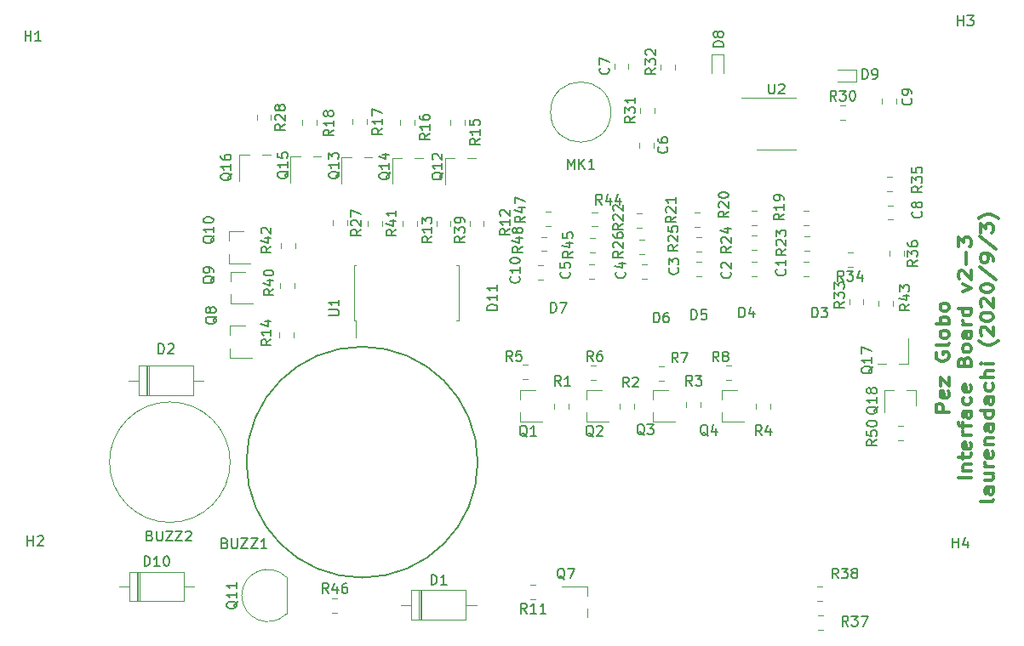
<source format=gbr>
G04 #@! TF.GenerationSoftware,KiCad,Pcbnew,(5.1.6-0-10_14)*
G04 #@! TF.CreationDate,2020-09-03T17:39:19-04:00*
G04 #@! TF.ProjectId,Pufferfish-Interface-2,50756666-6572-4666-9973-682d496e7465,rev?*
G04 #@! TF.SameCoordinates,Original*
G04 #@! TF.FileFunction,Legend,Top*
G04 #@! TF.FilePolarity,Positive*
%FSLAX46Y46*%
G04 Gerber Fmt 4.6, Leading zero omitted, Abs format (unit mm)*
G04 Created by KiCad (PCBNEW (5.1.6-0-10_14)) date 2020-09-03 17:39:19*
%MOMM*%
%LPD*%
G01*
G04 APERTURE LIST*
%ADD10C,0.300000*%
%ADD11C,0.120000*%
%ADD12C,0.203200*%
%ADD13C,0.150000*%
G04 APERTURE END LIST*
D10*
X74369523Y-34392857D02*
X73099523Y-34392857D01*
X73099523Y-33821428D01*
X73160000Y-33678571D01*
X73220476Y-33607142D01*
X73341428Y-33535714D01*
X73522857Y-33535714D01*
X73643809Y-33607142D01*
X73704285Y-33678571D01*
X73764761Y-33821428D01*
X73764761Y-34392857D01*
X74309047Y-32321428D02*
X74369523Y-32464285D01*
X74369523Y-32750000D01*
X74309047Y-32892857D01*
X74188095Y-32964285D01*
X73704285Y-32964285D01*
X73583333Y-32892857D01*
X73522857Y-32750000D01*
X73522857Y-32464285D01*
X73583333Y-32321428D01*
X73704285Y-32250000D01*
X73825238Y-32250000D01*
X73946190Y-32964285D01*
X73522857Y-31750000D02*
X73522857Y-30964285D01*
X74369523Y-31750000D01*
X74369523Y-30964285D01*
X73160000Y-28464285D02*
X73099523Y-28607142D01*
X73099523Y-28821428D01*
X73160000Y-29035714D01*
X73280952Y-29178571D01*
X73401904Y-29250000D01*
X73643809Y-29321428D01*
X73825238Y-29321428D01*
X74067142Y-29250000D01*
X74188095Y-29178571D01*
X74309047Y-29035714D01*
X74369523Y-28821428D01*
X74369523Y-28678571D01*
X74309047Y-28464285D01*
X74248571Y-28392857D01*
X73825238Y-28392857D01*
X73825238Y-28678571D01*
X74369523Y-27535714D02*
X74309047Y-27678571D01*
X74188095Y-27750000D01*
X73099523Y-27750000D01*
X74369523Y-26750000D02*
X74309047Y-26892857D01*
X74248571Y-26964285D01*
X74127619Y-27035714D01*
X73764761Y-27035714D01*
X73643809Y-26964285D01*
X73583333Y-26892857D01*
X73522857Y-26750000D01*
X73522857Y-26535714D01*
X73583333Y-26392857D01*
X73643809Y-26321428D01*
X73764761Y-26250000D01*
X74127619Y-26250000D01*
X74248571Y-26321428D01*
X74309047Y-26392857D01*
X74369523Y-26535714D01*
X74369523Y-26750000D01*
X74369523Y-25607142D02*
X73099523Y-25607142D01*
X73583333Y-25607142D02*
X73522857Y-25464285D01*
X73522857Y-25178571D01*
X73583333Y-25035714D01*
X73643809Y-24964285D01*
X73764761Y-24892857D01*
X74127619Y-24892857D01*
X74248571Y-24964285D01*
X74309047Y-25035714D01*
X74369523Y-25178571D01*
X74369523Y-25464285D01*
X74309047Y-25607142D01*
X74369523Y-24035714D02*
X74309047Y-24178571D01*
X74248571Y-24250000D01*
X74127619Y-24321428D01*
X73764761Y-24321428D01*
X73643809Y-24250000D01*
X73583333Y-24178571D01*
X73522857Y-24035714D01*
X73522857Y-23821428D01*
X73583333Y-23678571D01*
X73643809Y-23607142D01*
X73764761Y-23535714D01*
X74127619Y-23535714D01*
X74248571Y-23607142D01*
X74309047Y-23678571D01*
X74369523Y-23821428D01*
X74369523Y-24035714D01*
X76574523Y-40928571D02*
X75304523Y-40928571D01*
X75727857Y-40214285D02*
X76574523Y-40214285D01*
X75848809Y-40214285D02*
X75788333Y-40142857D01*
X75727857Y-40000000D01*
X75727857Y-39785714D01*
X75788333Y-39642857D01*
X75909285Y-39571428D01*
X76574523Y-39571428D01*
X75727857Y-39071428D02*
X75727857Y-38500000D01*
X75304523Y-38857142D02*
X76393095Y-38857142D01*
X76514047Y-38785714D01*
X76574523Y-38642857D01*
X76574523Y-38500000D01*
X76514047Y-37428571D02*
X76574523Y-37571428D01*
X76574523Y-37857142D01*
X76514047Y-38000000D01*
X76393095Y-38071428D01*
X75909285Y-38071428D01*
X75788333Y-38000000D01*
X75727857Y-37857142D01*
X75727857Y-37571428D01*
X75788333Y-37428571D01*
X75909285Y-37357142D01*
X76030238Y-37357142D01*
X76151190Y-38071428D01*
X76574523Y-36714285D02*
X75727857Y-36714285D01*
X75969761Y-36714285D02*
X75848809Y-36642857D01*
X75788333Y-36571428D01*
X75727857Y-36428571D01*
X75727857Y-36285714D01*
X75727857Y-36000000D02*
X75727857Y-35428571D01*
X76574523Y-35785714D02*
X75485952Y-35785714D01*
X75365000Y-35714285D01*
X75304523Y-35571428D01*
X75304523Y-35428571D01*
X76574523Y-34285714D02*
X75909285Y-34285714D01*
X75788333Y-34357142D01*
X75727857Y-34500000D01*
X75727857Y-34785714D01*
X75788333Y-34928571D01*
X76514047Y-34285714D02*
X76574523Y-34428571D01*
X76574523Y-34785714D01*
X76514047Y-34928571D01*
X76393095Y-35000000D01*
X76272142Y-35000000D01*
X76151190Y-34928571D01*
X76090714Y-34785714D01*
X76090714Y-34428571D01*
X76030238Y-34285714D01*
X76514047Y-32928571D02*
X76574523Y-33071428D01*
X76574523Y-33357142D01*
X76514047Y-33500000D01*
X76453571Y-33571428D01*
X76332619Y-33642857D01*
X75969761Y-33642857D01*
X75848809Y-33571428D01*
X75788333Y-33500000D01*
X75727857Y-33357142D01*
X75727857Y-33071428D01*
X75788333Y-32928571D01*
X76514047Y-31714285D02*
X76574523Y-31857142D01*
X76574523Y-32142857D01*
X76514047Y-32285714D01*
X76393095Y-32357142D01*
X75909285Y-32357142D01*
X75788333Y-32285714D01*
X75727857Y-32142857D01*
X75727857Y-31857142D01*
X75788333Y-31714285D01*
X75909285Y-31642857D01*
X76030238Y-31642857D01*
X76151190Y-32357142D01*
X75909285Y-29357142D02*
X75969761Y-29142857D01*
X76030238Y-29071428D01*
X76151190Y-29000000D01*
X76332619Y-29000000D01*
X76453571Y-29071428D01*
X76514047Y-29142857D01*
X76574523Y-29285714D01*
X76574523Y-29857142D01*
X75304523Y-29857142D01*
X75304523Y-29357142D01*
X75365000Y-29214285D01*
X75425476Y-29142857D01*
X75546428Y-29071428D01*
X75667380Y-29071428D01*
X75788333Y-29142857D01*
X75848809Y-29214285D01*
X75909285Y-29357142D01*
X75909285Y-29857142D01*
X76574523Y-28142857D02*
X76514047Y-28285714D01*
X76453571Y-28357142D01*
X76332619Y-28428571D01*
X75969761Y-28428571D01*
X75848809Y-28357142D01*
X75788333Y-28285714D01*
X75727857Y-28142857D01*
X75727857Y-27928571D01*
X75788333Y-27785714D01*
X75848809Y-27714285D01*
X75969761Y-27642857D01*
X76332619Y-27642857D01*
X76453571Y-27714285D01*
X76514047Y-27785714D01*
X76574523Y-27928571D01*
X76574523Y-28142857D01*
X76574523Y-26357142D02*
X75909285Y-26357142D01*
X75788333Y-26428571D01*
X75727857Y-26571428D01*
X75727857Y-26857142D01*
X75788333Y-27000000D01*
X76514047Y-26357142D02*
X76574523Y-26500000D01*
X76574523Y-26857142D01*
X76514047Y-27000000D01*
X76393095Y-27071428D01*
X76272142Y-27071428D01*
X76151190Y-27000000D01*
X76090714Y-26857142D01*
X76090714Y-26500000D01*
X76030238Y-26357142D01*
X76574523Y-25642857D02*
X75727857Y-25642857D01*
X75969761Y-25642857D02*
X75848809Y-25571428D01*
X75788333Y-25500000D01*
X75727857Y-25357142D01*
X75727857Y-25214285D01*
X76574523Y-24071428D02*
X75304523Y-24071428D01*
X76514047Y-24071428D02*
X76574523Y-24214285D01*
X76574523Y-24500000D01*
X76514047Y-24642857D01*
X76453571Y-24714285D01*
X76332619Y-24785714D01*
X75969761Y-24785714D01*
X75848809Y-24714285D01*
X75788333Y-24642857D01*
X75727857Y-24500000D01*
X75727857Y-24214285D01*
X75788333Y-24071428D01*
X75727857Y-22357142D02*
X76574523Y-22000000D01*
X75727857Y-21642857D01*
X75425476Y-21142857D02*
X75365000Y-21071428D01*
X75304523Y-20928571D01*
X75304523Y-20571428D01*
X75365000Y-20428571D01*
X75425476Y-20357142D01*
X75546428Y-20285714D01*
X75667380Y-20285714D01*
X75848809Y-20357142D01*
X76574523Y-21214285D01*
X76574523Y-20285714D01*
X76090714Y-19642857D02*
X76090714Y-18500000D01*
X75304523Y-17928571D02*
X75304523Y-17000000D01*
X75788333Y-17500000D01*
X75788333Y-17285714D01*
X75848809Y-17142857D01*
X75909285Y-17071428D01*
X76030238Y-17000000D01*
X76332619Y-17000000D01*
X76453571Y-17071428D01*
X76514047Y-17142857D01*
X76574523Y-17285714D01*
X76574523Y-17714285D01*
X76514047Y-17857142D01*
X76453571Y-17928571D01*
X78779523Y-43107142D02*
X78719047Y-43250000D01*
X78598095Y-43321428D01*
X77509523Y-43321428D01*
X78779523Y-41892857D02*
X78114285Y-41892857D01*
X77993333Y-41964285D01*
X77932857Y-42107142D01*
X77932857Y-42392857D01*
X77993333Y-42535714D01*
X78719047Y-41892857D02*
X78779523Y-42035714D01*
X78779523Y-42392857D01*
X78719047Y-42535714D01*
X78598095Y-42607142D01*
X78477142Y-42607142D01*
X78356190Y-42535714D01*
X78295714Y-42392857D01*
X78295714Y-42035714D01*
X78235238Y-41892857D01*
X77932857Y-40535714D02*
X78779523Y-40535714D01*
X77932857Y-41178571D02*
X78598095Y-41178571D01*
X78719047Y-41107142D01*
X78779523Y-40964285D01*
X78779523Y-40750000D01*
X78719047Y-40607142D01*
X78658571Y-40535714D01*
X78779523Y-39821428D02*
X77932857Y-39821428D01*
X78174761Y-39821428D02*
X78053809Y-39750000D01*
X77993333Y-39678571D01*
X77932857Y-39535714D01*
X77932857Y-39392857D01*
X78719047Y-38321428D02*
X78779523Y-38464285D01*
X78779523Y-38750000D01*
X78719047Y-38892857D01*
X78598095Y-38964285D01*
X78114285Y-38964285D01*
X77993333Y-38892857D01*
X77932857Y-38750000D01*
X77932857Y-38464285D01*
X77993333Y-38321428D01*
X78114285Y-38250000D01*
X78235238Y-38250000D01*
X78356190Y-38964285D01*
X77932857Y-37607142D02*
X78779523Y-37607142D01*
X78053809Y-37607142D02*
X77993333Y-37535714D01*
X77932857Y-37392857D01*
X77932857Y-37178571D01*
X77993333Y-37035714D01*
X78114285Y-36964285D01*
X78779523Y-36964285D01*
X78779523Y-35607142D02*
X78114285Y-35607142D01*
X77993333Y-35678571D01*
X77932857Y-35821428D01*
X77932857Y-36107142D01*
X77993333Y-36250000D01*
X78719047Y-35607142D02*
X78779523Y-35750000D01*
X78779523Y-36107142D01*
X78719047Y-36250000D01*
X78598095Y-36321428D01*
X78477142Y-36321428D01*
X78356190Y-36250000D01*
X78295714Y-36107142D01*
X78295714Y-35750000D01*
X78235238Y-35607142D01*
X78779523Y-34250000D02*
X77509523Y-34250000D01*
X78719047Y-34250000D02*
X78779523Y-34392857D01*
X78779523Y-34678571D01*
X78719047Y-34821428D01*
X78658571Y-34892857D01*
X78537619Y-34964285D01*
X78174761Y-34964285D01*
X78053809Y-34892857D01*
X77993333Y-34821428D01*
X77932857Y-34678571D01*
X77932857Y-34392857D01*
X77993333Y-34250000D01*
X78779523Y-32892857D02*
X78114285Y-32892857D01*
X77993333Y-32964285D01*
X77932857Y-33107142D01*
X77932857Y-33392857D01*
X77993333Y-33535714D01*
X78719047Y-32892857D02*
X78779523Y-33035714D01*
X78779523Y-33392857D01*
X78719047Y-33535714D01*
X78598095Y-33607142D01*
X78477142Y-33607142D01*
X78356190Y-33535714D01*
X78295714Y-33392857D01*
X78295714Y-33035714D01*
X78235238Y-32892857D01*
X78719047Y-31535714D02*
X78779523Y-31678571D01*
X78779523Y-31964285D01*
X78719047Y-32107142D01*
X78658571Y-32178571D01*
X78537619Y-32250000D01*
X78174761Y-32250000D01*
X78053809Y-32178571D01*
X77993333Y-32107142D01*
X77932857Y-31964285D01*
X77932857Y-31678571D01*
X77993333Y-31535714D01*
X78779523Y-30892857D02*
X77509523Y-30892857D01*
X78779523Y-30250000D02*
X78114285Y-30250000D01*
X77993333Y-30321428D01*
X77932857Y-30464285D01*
X77932857Y-30678571D01*
X77993333Y-30821428D01*
X78053809Y-30892857D01*
X78779523Y-29535714D02*
X77932857Y-29535714D01*
X77509523Y-29535714D02*
X77570000Y-29607142D01*
X77630476Y-29535714D01*
X77570000Y-29464285D01*
X77509523Y-29535714D01*
X77630476Y-29535714D01*
X79263333Y-27250000D02*
X79202857Y-27321428D01*
X79021428Y-27464285D01*
X78900476Y-27535714D01*
X78719047Y-27607142D01*
X78416666Y-27678571D01*
X78174761Y-27678571D01*
X77872380Y-27607142D01*
X77690952Y-27535714D01*
X77570000Y-27464285D01*
X77388571Y-27321428D01*
X77328095Y-27250000D01*
X77630476Y-26750000D02*
X77570000Y-26678571D01*
X77509523Y-26535714D01*
X77509523Y-26178571D01*
X77570000Y-26035714D01*
X77630476Y-25964285D01*
X77751428Y-25892857D01*
X77872380Y-25892857D01*
X78053809Y-25964285D01*
X78779523Y-26821428D01*
X78779523Y-25892857D01*
X77509523Y-24964285D02*
X77509523Y-24821428D01*
X77570000Y-24678571D01*
X77630476Y-24607142D01*
X77751428Y-24535714D01*
X77993333Y-24464285D01*
X78295714Y-24464285D01*
X78537619Y-24535714D01*
X78658571Y-24607142D01*
X78719047Y-24678571D01*
X78779523Y-24821428D01*
X78779523Y-24964285D01*
X78719047Y-25107142D01*
X78658571Y-25178571D01*
X78537619Y-25250000D01*
X78295714Y-25321428D01*
X77993333Y-25321428D01*
X77751428Y-25250000D01*
X77630476Y-25178571D01*
X77570000Y-25107142D01*
X77509523Y-24964285D01*
X77630476Y-23892857D02*
X77570000Y-23821428D01*
X77509523Y-23678571D01*
X77509523Y-23321428D01*
X77570000Y-23178571D01*
X77630476Y-23107142D01*
X77751428Y-23035714D01*
X77872380Y-23035714D01*
X78053809Y-23107142D01*
X78779523Y-23964285D01*
X78779523Y-23035714D01*
X77509523Y-22107142D02*
X77509523Y-21964285D01*
X77570000Y-21821428D01*
X77630476Y-21750000D01*
X77751428Y-21678571D01*
X77993333Y-21607142D01*
X78295714Y-21607142D01*
X78537619Y-21678571D01*
X78658571Y-21750000D01*
X78719047Y-21821428D01*
X78779523Y-21964285D01*
X78779523Y-22107142D01*
X78719047Y-22250000D01*
X78658571Y-22321428D01*
X78537619Y-22392857D01*
X78295714Y-22464285D01*
X77993333Y-22464285D01*
X77751428Y-22392857D01*
X77630476Y-22321428D01*
X77570000Y-22250000D01*
X77509523Y-22107142D01*
X77449047Y-19892857D02*
X79081904Y-21178571D01*
X78779523Y-19321428D02*
X78779523Y-19035714D01*
X78719047Y-18892857D01*
X78658571Y-18821428D01*
X78477142Y-18678571D01*
X78235238Y-18607142D01*
X77751428Y-18607142D01*
X77630476Y-18678571D01*
X77570000Y-18750000D01*
X77509523Y-18892857D01*
X77509523Y-19178571D01*
X77570000Y-19321428D01*
X77630476Y-19392857D01*
X77751428Y-19464285D01*
X78053809Y-19464285D01*
X78174761Y-19392857D01*
X78235238Y-19321428D01*
X78295714Y-19178571D01*
X78295714Y-18892857D01*
X78235238Y-18750000D01*
X78174761Y-18678571D01*
X78053809Y-18607142D01*
X77449047Y-16892857D02*
X79081904Y-18178571D01*
X77509523Y-16535714D02*
X77509523Y-15607142D01*
X77993333Y-16107142D01*
X77993333Y-15892857D01*
X78053809Y-15750000D01*
X78114285Y-15678571D01*
X78235238Y-15607142D01*
X78537619Y-15607142D01*
X78658571Y-15678571D01*
X78719047Y-15750000D01*
X78779523Y-15892857D01*
X78779523Y-16321428D01*
X78719047Y-16464285D01*
X78658571Y-16535714D01*
X79263333Y-15107142D02*
X79202857Y-15035714D01*
X79021428Y-14892857D01*
X78900476Y-14821428D01*
X78719047Y-14750000D01*
X78416666Y-14678571D01*
X78174761Y-14678571D01*
X77872380Y-14750000D01*
X77690952Y-14821428D01*
X77570000Y-14892857D01*
X77388571Y-15035714D01*
X77328095Y-15107142D01*
D11*
X69303922Y-35790000D02*
X69821078Y-35790000D01*
X69303922Y-37210000D02*
X69821078Y-37210000D01*
X71080000Y-32240000D02*
X70150000Y-32240000D01*
X67920000Y-32240000D02*
X68850000Y-32240000D01*
X67920000Y-32240000D02*
X67920000Y-34400000D01*
X71080000Y-32240000D02*
X71080000Y-33700000D01*
X68100000Y-29600000D02*
X67300000Y-29600000D01*
X70350000Y-27000000D02*
X70350000Y-29600000D01*
X70350000Y-29600000D02*
X69400000Y-29600000D01*
X-7154620Y-50275980D02*
X-7154620Y-53215980D01*
X-7154620Y-53215980D02*
X-1714620Y-53215980D01*
X-1714620Y-53215980D02*
X-1714620Y-50275980D01*
X-1714620Y-50275980D02*
X-7154620Y-50275980D01*
X-8174620Y-51745980D02*
X-7154620Y-51745980D01*
X-694620Y-51745980D02*
X-1714620Y-51745980D01*
X-6254620Y-50275980D02*
X-6254620Y-53215980D01*
X-6134620Y-50275980D02*
X-6134620Y-53215980D01*
X-6374620Y-50275980D02*
X-6374620Y-53215980D01*
X38571422Y-19680000D02*
X39088578Y-19680000D01*
X38571422Y-21100000D02*
X39088578Y-21100000D01*
X39208578Y-18470000D02*
X38691422Y-18470000D01*
X39208578Y-17050000D02*
X38691422Y-17050000D01*
X38870122Y-14474120D02*
X39387278Y-14474120D01*
X38870122Y-15894120D02*
X39387278Y-15894120D01*
X25590960Y-22496780D02*
X25590960Y-19736780D01*
X25590960Y-19736780D02*
X25385960Y-19736780D01*
X25590960Y-22496780D02*
X25590960Y-25256780D01*
X25590960Y-25256780D02*
X25385960Y-25256780D01*
X15170960Y-22496780D02*
X15170960Y-19736780D01*
X15170960Y-19736780D02*
X15375960Y-19736780D01*
X15170960Y-22496780D02*
X15170960Y-25256780D01*
X15170960Y-25256780D02*
X15375960Y-25256780D01*
X15375960Y-25256780D02*
X15375960Y-26946780D01*
X34318578Y-18340000D02*
X33801422Y-18340000D01*
X34318578Y-16920000D02*
X33801422Y-16920000D01*
X34248922Y-14430000D02*
X34766078Y-14430000D01*
X34248922Y-15850000D02*
X34766078Y-15850000D01*
X68790000Y-23331422D02*
X68790000Y-23848578D01*
X67370000Y-23331422D02*
X67370000Y-23848578D01*
X6940620Y-4795782D02*
X6940620Y-5312938D01*
X5520620Y-4795782D02*
X5520620Y-5312938D01*
X33526902Y-19791500D02*
X34044058Y-19791500D01*
X33526902Y-21211500D02*
X34044058Y-21211500D01*
X2880000Y-39370000D02*
G75*
G03*
X2880000Y-39370000I-6000000J0D01*
G01*
X40750000Y-4500000D02*
G75*
G03*
X40750000Y-4500000I-3000000J0D01*
G01*
X57220000Y-8200000D02*
X59170000Y-8200000D01*
X57220000Y-8200000D02*
X55270000Y-8200000D01*
X57220000Y-3080000D02*
X59170000Y-3080000D01*
X57220000Y-3080000D02*
X53770000Y-3080000D01*
X13033922Y-52920000D02*
X13551078Y-52920000D01*
X13033922Y-54340000D02*
X13551078Y-54340000D01*
X9381560Y-17552142D02*
X9381560Y-18069298D01*
X7961560Y-17552142D02*
X7961560Y-18069298D01*
X18004860Y-15311622D02*
X18004860Y-15828778D01*
X16584860Y-15311622D02*
X16584860Y-15828778D01*
X9249480Y-21549862D02*
X9249480Y-22067018D01*
X7829480Y-21549862D02*
X7829480Y-22067018D01*
X24814600Y-15337022D02*
X24814600Y-15854178D01*
X23394600Y-15337022D02*
X23394600Y-15854178D01*
X61318922Y-54670000D02*
X61836078Y-54670000D01*
X61318922Y-56090000D02*
X61836078Y-56090000D01*
X61756078Y-53210000D02*
X61238922Y-53210000D01*
X61756078Y-51790000D02*
X61238922Y-51790000D01*
X69870000Y-18341422D02*
X69870000Y-18858578D01*
X68450000Y-18341422D02*
X68450000Y-18858578D01*
X68223922Y-10930000D02*
X68741078Y-10930000D01*
X68223922Y-12350000D02*
X68741078Y-12350000D01*
X64808578Y-19930000D02*
X64291422Y-19930000D01*
X64808578Y-18510000D02*
X64291422Y-18510000D01*
X64450000Y-23648578D02*
X64450000Y-23131422D01*
X65870000Y-23648578D02*
X65870000Y-23131422D01*
X45730000Y-318578D02*
X45730000Y198578D01*
X47150000Y-318578D02*
X47150000Y198578D01*
X43641180Y-4568578D02*
X43641180Y-4051422D01*
X45061180Y-4568578D02*
X45061180Y-4051422D01*
X63551422Y-3860000D02*
X64068578Y-3860000D01*
X63551422Y-5280000D02*
X64068578Y-5280000D01*
X14514900Y-15283682D02*
X14514900Y-15800838D01*
X13094900Y-15283682D02*
X13094900Y-15800838D01*
X9211380Y-26474682D02*
X9211380Y-26991838D01*
X7791380Y-26474682D02*
X7791380Y-26991838D01*
X21436400Y-15337022D02*
X21436400Y-15854178D01*
X20016400Y-15337022D02*
X20016400Y-15854178D01*
X28108980Y-15337022D02*
X28108980Y-15854178D01*
X26688980Y-15337022D02*
X26688980Y-15854178D01*
X6070360Y-8774060D02*
X6870360Y-8774060D01*
X3820360Y-11374060D02*
X3820360Y-8774060D01*
X3820360Y-8774060D02*
X4770360Y-8774060D01*
X11142740Y-8944240D02*
X11942740Y-8944240D01*
X8892740Y-11544240D02*
X8892740Y-8944240D01*
X8892740Y-8944240D02*
X9842740Y-8944240D01*
X21244320Y-9058540D02*
X22044320Y-9058540D01*
X18994320Y-11658540D02*
X18994320Y-9058540D01*
X18994320Y-9058540D02*
X19944320Y-9058540D01*
X16212580Y-8984880D02*
X17012580Y-8984880D01*
X13962580Y-11584880D02*
X13962580Y-8984880D01*
X13962580Y-8984880D02*
X14912580Y-8984880D01*
X26509740Y-9081400D02*
X27309740Y-9081400D01*
X24259740Y-11681400D02*
X24259740Y-9081400D01*
X24259740Y-9081400D02*
X25209740Y-9081400D01*
X8468478Y-50811522D02*
G75*
G03*
X4030000Y-52650000I-1838478J-1838478D01*
G01*
X8468478Y-54488478D02*
G75*
G02*
X4030000Y-52650000I-1838478J1838478D01*
G01*
X8480000Y-54450000D02*
X8480000Y-50850000D01*
X65170000Y-1460000D02*
X65170000Y-260000D01*
X63320000Y-1460000D02*
X65170000Y-1460000D01*
X63320000Y-260000D02*
X65170000Y-260000D01*
X51950000Y1260000D02*
X50750000Y1260000D01*
X51950000Y-590000D02*
X51950000Y1260000D01*
X50750000Y-590000D02*
X50750000Y1260000D01*
X69130000Y-3161422D02*
X69130000Y-3678578D01*
X67710000Y-3161422D02*
X67710000Y-3678578D01*
X68781078Y-15210000D02*
X68263922Y-15210000D01*
X68781078Y-13790000D02*
X68263922Y-13790000D01*
X41080000Y-208578D02*
X41080000Y308578D01*
X42500000Y-208578D02*
X42500000Y308578D01*
X45007840Y-7531222D02*
X45007840Y-8048378D01*
X43587840Y-7531222D02*
X43587840Y-8048378D01*
X38442000Y-53990000D02*
X38442000Y-54790000D01*
X35842000Y-51740000D02*
X38442000Y-51740000D01*
X38442000Y-51740000D02*
X38442000Y-52690000D01*
X44068578Y-18620000D02*
X43551422Y-18620000D01*
X44068578Y-17200000D02*
X43551422Y-17200000D01*
X49778578Y-18420000D02*
X49261422Y-18420000D01*
X49778578Y-17000000D02*
X49261422Y-17000000D01*
X55229258Y-18210000D02*
X54712102Y-18210000D01*
X55229258Y-16790000D02*
X54712102Y-16790000D01*
X60499998Y-18281720D02*
X59982842Y-18281720D01*
X60499998Y-16861720D02*
X59982842Y-16861720D01*
X43332662Y-14568100D02*
X43849818Y-14568100D01*
X43332662Y-15988100D02*
X43849818Y-15988100D01*
X49035202Y-14507140D02*
X49552358Y-14507140D01*
X49035202Y-15927140D02*
X49552358Y-15927140D01*
X54712102Y-14321720D02*
X55229258Y-14321720D01*
X54712102Y-15741720D02*
X55229258Y-15741720D01*
X59885842Y-14321720D02*
X60402998Y-14321720D01*
X59885842Y-15741720D02*
X60402998Y-15741720D01*
X11460000Y-5241422D02*
X11460000Y-5758578D01*
X10040000Y-5241422D02*
X10040000Y-5758578D01*
X16460000Y-5178922D02*
X16460000Y-5696078D01*
X15040000Y-5178922D02*
X15040000Y-5696078D01*
X21210000Y-5241422D02*
X21210000Y-5758578D01*
X19790000Y-5241422D02*
X19790000Y-5758578D01*
X26210000Y-5241422D02*
X26210000Y-5758578D01*
X24790000Y-5241422D02*
X24790000Y-5758578D01*
X33278578Y-53034000D02*
X32761422Y-53034000D01*
X33278578Y-51614000D02*
X32761422Y-51614000D01*
X52757598Y-31190000D02*
X52240442Y-31190000D01*
X52757598Y-29770000D02*
X52240442Y-29770000D01*
X46057078Y-31228100D02*
X45539922Y-31228100D01*
X46057078Y-29808100D02*
X45539922Y-29808100D01*
X39267898Y-31149360D02*
X38750742Y-31149360D01*
X39267898Y-29729360D02*
X38750742Y-29729360D01*
X32506658Y-31070620D02*
X31989502Y-31070620D01*
X32506658Y-29650620D02*
X31989502Y-29650620D01*
X55170000Y-34040578D02*
X55170000Y-33523422D01*
X56590000Y-34040578D02*
X56590000Y-33523422D01*
X48266280Y-33933898D02*
X48266280Y-33416742D01*
X49686280Y-33933898D02*
X49686280Y-33416742D01*
X41631800Y-34040578D02*
X41631800Y-33523422D01*
X43051800Y-34040578D02*
X43051800Y-33523422D01*
X35104000Y-34040578D02*
X35104000Y-33523422D01*
X36524000Y-34040578D02*
X36524000Y-33523422D01*
X2729960Y-16385420D02*
X2729960Y-17315420D01*
X2729960Y-19545420D02*
X2729960Y-18615420D01*
X2729960Y-19545420D02*
X4889960Y-19545420D01*
X2729960Y-16385420D02*
X4189960Y-16385420D01*
X2931380Y-20441760D02*
X2931380Y-21371760D01*
X2931380Y-23601760D02*
X2931380Y-22671760D01*
X2931380Y-23601760D02*
X5091380Y-23601760D01*
X2931380Y-20441760D02*
X4391380Y-20441760D01*
X2869660Y-25791040D02*
X2869660Y-26721040D01*
X2869660Y-28951040D02*
X2869660Y-28021040D01*
X2869660Y-28951040D02*
X5029660Y-28951040D01*
X2869660Y-25791040D02*
X4329660Y-25791040D01*
X51818000Y-32202000D02*
X51818000Y-33132000D01*
X51818000Y-35362000D02*
X51818000Y-34432000D01*
X51818000Y-35362000D02*
X53978000Y-35362000D01*
X51818000Y-32202000D02*
X53278000Y-32202000D01*
X44960000Y-32202000D02*
X44960000Y-33132000D01*
X44960000Y-35362000D02*
X44960000Y-34432000D01*
X44960000Y-35362000D02*
X47120000Y-35362000D01*
X44960000Y-32202000D02*
X46420000Y-32202000D01*
X38356000Y-32202000D02*
X38356000Y-33132000D01*
X38356000Y-35362000D02*
X38356000Y-34432000D01*
X38356000Y-35362000D02*
X40516000Y-35362000D01*
X38356000Y-32202000D02*
X39816000Y-32202000D01*
X31752000Y-32202000D02*
X31752000Y-33132000D01*
X31752000Y-35362000D02*
X31752000Y-34432000D01*
X31752000Y-35362000D02*
X33912000Y-35362000D01*
X31752000Y-32202000D02*
X33212000Y-32202000D01*
X-6250000Y-29780000D02*
X-6250000Y-32720000D01*
X-6250000Y-32720000D02*
X-810000Y-32720000D01*
X-810000Y-32720000D02*
X-810000Y-29780000D01*
X-810000Y-29780000D02*
X-6250000Y-29780000D01*
X-7270000Y-31250000D02*
X-6250000Y-31250000D01*
X210000Y-31250000D02*
X-810000Y-31250000D01*
X-5350000Y-29780000D02*
X-5350000Y-32720000D01*
X-5230000Y-29780000D02*
X-5230000Y-32720000D01*
X-5470000Y-29780000D02*
X-5470000Y-32720000D01*
X20902000Y-52124000D02*
X20902000Y-55064000D01*
X20902000Y-55064000D02*
X26342000Y-55064000D01*
X26342000Y-55064000D02*
X26342000Y-52124000D01*
X26342000Y-52124000D02*
X20902000Y-52124000D01*
X19882000Y-53594000D02*
X20902000Y-53594000D01*
X27362000Y-53594000D02*
X26342000Y-53594000D01*
X21802000Y-52124000D02*
X21802000Y-55064000D01*
X21922000Y-52124000D02*
X21922000Y-55064000D01*
X21682000Y-52124000D02*
X21682000Y-55064000D01*
X43801422Y-19660000D02*
X44318578Y-19660000D01*
X43801422Y-21080000D02*
X44318578Y-21080000D01*
X49273922Y-19410000D02*
X49791078Y-19410000D01*
X49273922Y-20830000D02*
X49791078Y-20830000D01*
X54712102Y-19401720D02*
X55229258Y-19401720D01*
X54712102Y-20821720D02*
X55229258Y-20821720D01*
X59885842Y-19401720D02*
X60402998Y-19401720D01*
X59885842Y-20821720D02*
X60402998Y-20821720D01*
D12*
X27502000Y-39370000D02*
G75*
G03*
X27502000Y-39370000I-11500000J0D01*
G01*
D13*
X67202380Y-37142857D02*
X66726190Y-37476190D01*
X67202380Y-37714285D02*
X66202380Y-37714285D01*
X66202380Y-37333333D01*
X66250000Y-37238095D01*
X66297619Y-37190476D01*
X66392857Y-37142857D01*
X66535714Y-37142857D01*
X66630952Y-37190476D01*
X66678571Y-37238095D01*
X66726190Y-37333333D01*
X66726190Y-37714285D01*
X66202380Y-36238095D02*
X66202380Y-36714285D01*
X66678571Y-36761904D01*
X66630952Y-36714285D01*
X66583333Y-36619047D01*
X66583333Y-36380952D01*
X66630952Y-36285714D01*
X66678571Y-36238095D01*
X66773809Y-36190476D01*
X67011904Y-36190476D01*
X67107142Y-36238095D01*
X67154761Y-36285714D01*
X67202380Y-36380952D01*
X67202380Y-36619047D01*
X67154761Y-36714285D01*
X67107142Y-36761904D01*
X66202380Y-35571428D02*
X66202380Y-35476190D01*
X66250000Y-35380952D01*
X66297619Y-35333333D01*
X66392857Y-35285714D01*
X66583333Y-35238095D01*
X66821428Y-35238095D01*
X67011904Y-35285714D01*
X67107142Y-35333333D01*
X67154761Y-35380952D01*
X67202380Y-35476190D01*
X67202380Y-35571428D01*
X67154761Y-35666666D01*
X67107142Y-35714285D01*
X67011904Y-35761904D01*
X66821428Y-35809523D01*
X66583333Y-35809523D01*
X66392857Y-35761904D01*
X66297619Y-35714285D01*
X66250000Y-35666666D01*
X66202380Y-35571428D01*
X67297619Y-33821428D02*
X67250000Y-33916666D01*
X67154761Y-34011904D01*
X67011904Y-34154761D01*
X66964285Y-34250000D01*
X66964285Y-34345238D01*
X67202380Y-34297619D02*
X67154761Y-34392857D01*
X67059523Y-34488095D01*
X66869047Y-34535714D01*
X66535714Y-34535714D01*
X66345238Y-34488095D01*
X66250000Y-34392857D01*
X66202380Y-34297619D01*
X66202380Y-34107142D01*
X66250000Y-34011904D01*
X66345238Y-33916666D01*
X66535714Y-33869047D01*
X66869047Y-33869047D01*
X67059523Y-33916666D01*
X67154761Y-34011904D01*
X67202380Y-34107142D01*
X67202380Y-34297619D01*
X67202380Y-32916666D02*
X67202380Y-33488095D01*
X67202380Y-33202380D02*
X66202380Y-33202380D01*
X66345238Y-33297619D01*
X66440476Y-33392857D01*
X66488095Y-33488095D01*
X66630952Y-32345238D02*
X66583333Y-32440476D01*
X66535714Y-32488095D01*
X66440476Y-32535714D01*
X66392857Y-32535714D01*
X66297619Y-32488095D01*
X66250000Y-32440476D01*
X66202380Y-32345238D01*
X66202380Y-32154761D01*
X66250000Y-32059523D01*
X66297619Y-32011904D01*
X66392857Y-31964285D01*
X66440476Y-31964285D01*
X66535714Y-32011904D01*
X66583333Y-32059523D01*
X66630952Y-32154761D01*
X66630952Y-32345238D01*
X66678571Y-32440476D01*
X66726190Y-32488095D01*
X66821428Y-32535714D01*
X67011904Y-32535714D01*
X67107142Y-32488095D01*
X67154761Y-32440476D01*
X67202380Y-32345238D01*
X67202380Y-32154761D01*
X67154761Y-32059523D01*
X67107142Y-32011904D01*
X67011904Y-31964285D01*
X66821428Y-31964285D01*
X66726190Y-32011904D01*
X66678571Y-32059523D01*
X66630952Y-32154761D01*
X66797619Y-29821428D02*
X66750000Y-29916666D01*
X66654761Y-30011904D01*
X66511904Y-30154761D01*
X66464285Y-30250000D01*
X66464285Y-30345238D01*
X66702380Y-30297619D02*
X66654761Y-30392857D01*
X66559523Y-30488095D01*
X66369047Y-30535714D01*
X66035714Y-30535714D01*
X65845238Y-30488095D01*
X65750000Y-30392857D01*
X65702380Y-30297619D01*
X65702380Y-30107142D01*
X65750000Y-30011904D01*
X65845238Y-29916666D01*
X66035714Y-29869047D01*
X66369047Y-29869047D01*
X66559523Y-29916666D01*
X66654761Y-30011904D01*
X66702380Y-30107142D01*
X66702380Y-30297619D01*
X66702380Y-28916666D02*
X66702380Y-29488095D01*
X66702380Y-29202380D02*
X65702380Y-29202380D01*
X65845238Y-29297619D01*
X65940476Y-29392857D01*
X65988095Y-29488095D01*
X65702380Y-28583333D02*
X65702380Y-27916666D01*
X66702380Y-28345238D01*
X74738095Y-47900380D02*
X74738095Y-46900380D01*
X74738095Y-47376571D02*
X75309523Y-47376571D01*
X75309523Y-47900380D02*
X75309523Y-46900380D01*
X76214285Y-47233714D02*
X76214285Y-47900380D01*
X75976190Y-46852761D02*
X75738095Y-47567047D01*
X76357142Y-47567047D01*
X75238095Y4099619D02*
X75238095Y5099619D01*
X75238095Y4623428D02*
X75809523Y4623428D01*
X75809523Y4099619D02*
X75809523Y5099619D01*
X76190476Y5099619D02*
X76809523Y5099619D01*
X76476190Y4718666D01*
X76619047Y4718666D01*
X76714285Y4671047D01*
X76761904Y4623428D01*
X76809523Y4528190D01*
X76809523Y4290095D01*
X76761904Y4194857D01*
X76714285Y4147238D01*
X76619047Y4099619D01*
X76333333Y4099619D01*
X76238095Y4147238D01*
X76190476Y4194857D01*
X-17261904Y-47702380D02*
X-17261904Y-46702380D01*
X-17261904Y-47178571D02*
X-16690476Y-47178571D01*
X-16690476Y-47702380D02*
X-16690476Y-46702380D01*
X-16261904Y-46797619D02*
X-16214285Y-46750000D01*
X-16119047Y-46702380D01*
X-15880952Y-46702380D01*
X-15785714Y-46750000D01*
X-15738095Y-46797619D01*
X-15690476Y-46892857D01*
X-15690476Y-46988095D01*
X-15738095Y-47130952D01*
X-16309523Y-47702380D01*
X-15690476Y-47702380D01*
X-17511904Y2599619D02*
X-17511904Y3599619D01*
X-17511904Y3123428D02*
X-16940476Y3123428D01*
X-16940476Y2599619D02*
X-16940476Y3599619D01*
X-15940476Y2599619D02*
X-16511904Y2599619D01*
X-16226190Y2599619D02*
X-16226190Y3599619D01*
X-16321428Y3456761D01*
X-16416666Y3361523D01*
X-16511904Y3313904D01*
X-5648905Y-49728360D02*
X-5648905Y-48728360D01*
X-5410810Y-48728360D01*
X-5267953Y-48775980D01*
X-5172715Y-48871218D01*
X-5125096Y-48966456D01*
X-5077477Y-49156932D01*
X-5077477Y-49299789D01*
X-5125096Y-49490265D01*
X-5172715Y-49585503D01*
X-5267953Y-49680741D01*
X-5410810Y-49728360D01*
X-5648905Y-49728360D01*
X-4125096Y-49728360D02*
X-4696524Y-49728360D01*
X-4410810Y-49728360D02*
X-4410810Y-48728360D01*
X-4506048Y-48871218D01*
X-4601286Y-48966456D01*
X-4696524Y-49014075D01*
X-3506048Y-48728360D02*
X-3410810Y-48728360D01*
X-3315572Y-48775980D01*
X-3267953Y-48823599D01*
X-3220334Y-48918837D01*
X-3172715Y-49109313D01*
X-3172715Y-49347408D01*
X-3220334Y-49537884D01*
X-3267953Y-49633122D01*
X-3315572Y-49680741D01*
X-3410810Y-49728360D01*
X-3506048Y-49728360D01*
X-3601286Y-49680741D01*
X-3648905Y-49633122D01*
X-3696524Y-49537884D01*
X-3744143Y-49347408D01*
X-3744143Y-49109313D01*
X-3696524Y-48918837D01*
X-3648905Y-48823599D01*
X-3601286Y-48775980D01*
X-3506048Y-48728360D01*
X34761904Y-24452380D02*
X34761904Y-23452380D01*
X35000000Y-23452380D01*
X35142857Y-23500000D01*
X35238095Y-23595238D01*
X35285714Y-23690476D01*
X35333333Y-23880952D01*
X35333333Y-24023809D01*
X35285714Y-24214285D01*
X35238095Y-24309523D01*
X35142857Y-24404761D01*
X35000000Y-24452380D01*
X34761904Y-24452380D01*
X35666666Y-23452380D02*
X36333333Y-23452380D01*
X35904761Y-24452380D01*
X36607142Y-20416666D02*
X36654761Y-20464285D01*
X36702380Y-20607142D01*
X36702380Y-20702380D01*
X36654761Y-20845238D01*
X36559523Y-20940476D01*
X36464285Y-20988095D01*
X36273809Y-21035714D01*
X36130952Y-21035714D01*
X35940476Y-20988095D01*
X35845238Y-20940476D01*
X35750000Y-20845238D01*
X35702380Y-20702380D01*
X35702380Y-20607142D01*
X35750000Y-20464285D01*
X35797619Y-20416666D01*
X35702380Y-19511904D02*
X35702380Y-19988095D01*
X36178571Y-20035714D01*
X36130952Y-19988095D01*
X36083333Y-19892857D01*
X36083333Y-19654761D01*
X36130952Y-19559523D01*
X36178571Y-19511904D01*
X36273809Y-19464285D01*
X36511904Y-19464285D01*
X36607142Y-19511904D01*
X36654761Y-19559523D01*
X36702380Y-19654761D01*
X36702380Y-19892857D01*
X36654761Y-19988095D01*
X36607142Y-20035714D01*
X36952380Y-18392857D02*
X36476190Y-18726190D01*
X36952380Y-18964285D02*
X35952380Y-18964285D01*
X35952380Y-18583333D01*
X36000000Y-18488095D01*
X36047619Y-18440476D01*
X36142857Y-18392857D01*
X36285714Y-18392857D01*
X36380952Y-18440476D01*
X36428571Y-18488095D01*
X36476190Y-18583333D01*
X36476190Y-18964285D01*
X36285714Y-17535714D02*
X36952380Y-17535714D01*
X35904761Y-17773809D02*
X36619047Y-18011904D01*
X36619047Y-17392857D01*
X35952380Y-16535714D02*
X35952380Y-17011904D01*
X36428571Y-17059523D01*
X36380952Y-17011904D01*
X36333333Y-16916666D01*
X36333333Y-16678571D01*
X36380952Y-16583333D01*
X36428571Y-16535714D01*
X36523809Y-16488095D01*
X36761904Y-16488095D01*
X36857142Y-16535714D01*
X36904761Y-16583333D01*
X36952380Y-16678571D01*
X36952380Y-16916666D01*
X36904761Y-17011904D01*
X36857142Y-17059523D01*
X39857142Y-13702380D02*
X39523809Y-13226190D01*
X39285714Y-13702380D02*
X39285714Y-12702380D01*
X39666666Y-12702380D01*
X39761904Y-12750000D01*
X39809523Y-12797619D01*
X39857142Y-12892857D01*
X39857142Y-13035714D01*
X39809523Y-13130952D01*
X39761904Y-13178571D01*
X39666666Y-13226190D01*
X39285714Y-13226190D01*
X40714285Y-13035714D02*
X40714285Y-13702380D01*
X40476190Y-12654761D02*
X40238095Y-13369047D01*
X40857142Y-13369047D01*
X41666666Y-13035714D02*
X41666666Y-13702380D01*
X41428571Y-12654761D02*
X41190476Y-13369047D01*
X41809523Y-13369047D01*
X12702380Y-24761904D02*
X13511904Y-24761904D01*
X13607142Y-24714285D01*
X13654761Y-24666666D01*
X13702380Y-24571428D01*
X13702380Y-24380952D01*
X13654761Y-24285714D01*
X13607142Y-24238095D01*
X13511904Y-24190476D01*
X12702380Y-24190476D01*
X13702380Y-23190476D02*
X13702380Y-23761904D01*
X13702380Y-23476190D02*
X12702380Y-23476190D01*
X12845238Y-23571428D01*
X12940476Y-23666666D01*
X12988095Y-23761904D01*
X31952380Y-17892857D02*
X31476190Y-18226190D01*
X31952380Y-18464285D02*
X30952380Y-18464285D01*
X30952380Y-18083333D01*
X31000000Y-17988095D01*
X31047619Y-17940476D01*
X31142857Y-17892857D01*
X31285714Y-17892857D01*
X31380952Y-17940476D01*
X31428571Y-17988095D01*
X31476190Y-18083333D01*
X31476190Y-18464285D01*
X31285714Y-17035714D02*
X31952380Y-17035714D01*
X30904761Y-17273809D02*
X31619047Y-17511904D01*
X31619047Y-16892857D01*
X31380952Y-16369047D02*
X31333333Y-16464285D01*
X31285714Y-16511904D01*
X31190476Y-16559523D01*
X31142857Y-16559523D01*
X31047619Y-16511904D01*
X31000000Y-16464285D01*
X30952380Y-16369047D01*
X30952380Y-16178571D01*
X31000000Y-16083333D01*
X31047619Y-16035714D01*
X31142857Y-15988095D01*
X31190476Y-15988095D01*
X31285714Y-16035714D01*
X31333333Y-16083333D01*
X31380952Y-16178571D01*
X31380952Y-16369047D01*
X31428571Y-16464285D01*
X31476190Y-16511904D01*
X31571428Y-16559523D01*
X31761904Y-16559523D01*
X31857142Y-16511904D01*
X31904761Y-16464285D01*
X31952380Y-16369047D01*
X31952380Y-16178571D01*
X31904761Y-16083333D01*
X31857142Y-16035714D01*
X31761904Y-15988095D01*
X31571428Y-15988095D01*
X31476190Y-16035714D01*
X31428571Y-16083333D01*
X31380952Y-16178571D01*
X32202380Y-14892857D02*
X31726190Y-15226190D01*
X32202380Y-15464285D02*
X31202380Y-15464285D01*
X31202380Y-15083333D01*
X31250000Y-14988095D01*
X31297619Y-14940476D01*
X31392857Y-14892857D01*
X31535714Y-14892857D01*
X31630952Y-14940476D01*
X31678571Y-14988095D01*
X31726190Y-15083333D01*
X31726190Y-15464285D01*
X31535714Y-14035714D02*
X32202380Y-14035714D01*
X31154761Y-14273809D02*
X31869047Y-14511904D01*
X31869047Y-13892857D01*
X31202380Y-13607142D02*
X31202380Y-12940476D01*
X32202380Y-13369047D01*
X70452380Y-23642857D02*
X69976190Y-23976190D01*
X70452380Y-24214285D02*
X69452380Y-24214285D01*
X69452380Y-23833333D01*
X69500000Y-23738095D01*
X69547619Y-23690476D01*
X69642857Y-23642857D01*
X69785714Y-23642857D01*
X69880952Y-23690476D01*
X69928571Y-23738095D01*
X69976190Y-23833333D01*
X69976190Y-24214285D01*
X69785714Y-22785714D02*
X70452380Y-22785714D01*
X69404761Y-23023809D02*
X70119047Y-23261904D01*
X70119047Y-22642857D01*
X69452380Y-22357142D02*
X69452380Y-21738095D01*
X69833333Y-22071428D01*
X69833333Y-21928571D01*
X69880952Y-21833333D01*
X69928571Y-21785714D01*
X70023809Y-21738095D01*
X70261904Y-21738095D01*
X70357142Y-21785714D01*
X70404761Y-21833333D01*
X70452380Y-21928571D01*
X70452380Y-22214285D01*
X70404761Y-22309523D01*
X70357142Y-22357142D01*
X8333000Y-5697217D02*
X7856810Y-6030550D01*
X8333000Y-6268645D02*
X7333000Y-6268645D01*
X7333000Y-5887693D01*
X7380620Y-5792455D01*
X7428239Y-5744836D01*
X7523477Y-5697217D01*
X7666334Y-5697217D01*
X7761572Y-5744836D01*
X7809191Y-5792455D01*
X7856810Y-5887693D01*
X7856810Y-6268645D01*
X7428239Y-5316264D02*
X7380620Y-5268645D01*
X7333000Y-5173407D01*
X7333000Y-4935312D01*
X7380620Y-4840074D01*
X7428239Y-4792455D01*
X7523477Y-4744836D01*
X7618715Y-4744836D01*
X7761572Y-4792455D01*
X8333000Y-5363883D01*
X8333000Y-4744836D01*
X7761572Y-4173407D02*
X7713953Y-4268645D01*
X7666334Y-4316264D01*
X7571096Y-4363883D01*
X7523477Y-4363883D01*
X7428239Y-4316264D01*
X7380620Y-4268645D01*
X7333000Y-4173407D01*
X7333000Y-3982931D01*
X7380620Y-3887693D01*
X7428239Y-3840074D01*
X7523477Y-3792455D01*
X7571096Y-3792455D01*
X7666334Y-3840074D01*
X7713953Y-3887693D01*
X7761572Y-3982931D01*
X7761572Y-4173407D01*
X7809191Y-4268645D01*
X7856810Y-4316264D01*
X7952048Y-4363883D01*
X8142524Y-4363883D01*
X8237762Y-4316264D01*
X8285381Y-4268645D01*
X8333000Y-4173407D01*
X8333000Y-3982931D01*
X8285381Y-3887693D01*
X8237762Y-3840074D01*
X8142524Y-3792455D01*
X7952048Y-3792455D01*
X7856810Y-3840074D01*
X7809191Y-3887693D01*
X7761572Y-3982931D01*
X29452380Y-24214285D02*
X28452380Y-24214285D01*
X28452380Y-23976190D01*
X28500000Y-23833333D01*
X28595238Y-23738095D01*
X28690476Y-23690476D01*
X28880952Y-23642857D01*
X29023809Y-23642857D01*
X29214285Y-23690476D01*
X29309523Y-23738095D01*
X29404761Y-23833333D01*
X29452380Y-23976190D01*
X29452380Y-24214285D01*
X29452380Y-22690476D02*
X29452380Y-23261904D01*
X29452380Y-22976190D02*
X28452380Y-22976190D01*
X28595238Y-23071428D01*
X28690476Y-23166666D01*
X28738095Y-23261904D01*
X29452380Y-21738095D02*
X29452380Y-22309523D01*
X29452380Y-22023809D02*
X28452380Y-22023809D01*
X28595238Y-22119047D01*
X28690476Y-22214285D01*
X28738095Y-22309523D01*
X31607142Y-20892857D02*
X31654761Y-20940476D01*
X31702380Y-21083333D01*
X31702380Y-21178571D01*
X31654761Y-21321428D01*
X31559523Y-21416666D01*
X31464285Y-21464285D01*
X31273809Y-21511904D01*
X31130952Y-21511904D01*
X30940476Y-21464285D01*
X30845238Y-21416666D01*
X30750000Y-21321428D01*
X30702380Y-21178571D01*
X30702380Y-21083333D01*
X30750000Y-20940476D01*
X30797619Y-20892857D01*
X31702380Y-19940476D02*
X31702380Y-20511904D01*
X31702380Y-20226190D02*
X30702380Y-20226190D01*
X30845238Y-20321428D01*
X30940476Y-20416666D01*
X30988095Y-20511904D01*
X30702380Y-19321428D02*
X30702380Y-19226190D01*
X30750000Y-19130952D01*
X30797619Y-19083333D01*
X30892857Y-19035714D01*
X31083333Y-18988095D01*
X31321428Y-18988095D01*
X31511904Y-19035714D01*
X31607142Y-19083333D01*
X31654761Y-19130952D01*
X31702380Y-19226190D01*
X31702380Y-19321428D01*
X31654761Y-19416666D01*
X31607142Y-19464285D01*
X31511904Y-19511904D01*
X31321428Y-19559523D01*
X31083333Y-19559523D01*
X30892857Y-19511904D01*
X30797619Y-19464285D01*
X30750000Y-19416666D01*
X30702380Y-19321428D01*
X-5100952Y-46698571D02*
X-4958095Y-46746190D01*
X-4910476Y-46793809D01*
X-4862857Y-46889047D01*
X-4862857Y-47031904D01*
X-4910476Y-47127142D01*
X-4958095Y-47174761D01*
X-5053333Y-47222380D01*
X-5434285Y-47222380D01*
X-5434285Y-46222380D01*
X-5100952Y-46222380D01*
X-5005714Y-46270000D01*
X-4958095Y-46317619D01*
X-4910476Y-46412857D01*
X-4910476Y-46508095D01*
X-4958095Y-46603333D01*
X-5005714Y-46650952D01*
X-5100952Y-46698571D01*
X-5434285Y-46698571D01*
X-4434285Y-46222380D02*
X-4434285Y-47031904D01*
X-4386666Y-47127142D01*
X-4339047Y-47174761D01*
X-4243809Y-47222380D01*
X-4053333Y-47222380D01*
X-3958095Y-47174761D01*
X-3910476Y-47127142D01*
X-3862857Y-47031904D01*
X-3862857Y-46222380D01*
X-3481904Y-46222380D02*
X-2815238Y-46222380D01*
X-3481904Y-47222380D01*
X-2815238Y-47222380D01*
X-2529523Y-46222380D02*
X-1862857Y-46222380D01*
X-2529523Y-47222380D01*
X-1862857Y-47222380D01*
X-1529523Y-46317619D02*
X-1481904Y-46270000D01*
X-1386666Y-46222380D01*
X-1148571Y-46222380D01*
X-1053333Y-46270000D01*
X-1005714Y-46317619D01*
X-958095Y-46412857D01*
X-958095Y-46508095D01*
X-1005714Y-46650952D01*
X-1577142Y-47222380D01*
X-958095Y-47222380D01*
X36440476Y-10152380D02*
X36440476Y-9152380D01*
X36773809Y-9866666D01*
X37107142Y-9152380D01*
X37107142Y-10152380D01*
X37583333Y-10152380D02*
X37583333Y-9152380D01*
X38154761Y-10152380D02*
X37726190Y-9580952D01*
X38154761Y-9152380D02*
X37583333Y-9723809D01*
X39107142Y-10152380D02*
X38535714Y-10152380D01*
X38821428Y-10152380D02*
X38821428Y-9152380D01*
X38726190Y-9295238D01*
X38630952Y-9390476D01*
X38535714Y-9438095D01*
X56458095Y-1692380D02*
X56458095Y-2501904D01*
X56505714Y-2597142D01*
X56553333Y-2644761D01*
X56648571Y-2692380D01*
X56839047Y-2692380D01*
X56934285Y-2644761D01*
X56981904Y-2597142D01*
X57029523Y-2501904D01*
X57029523Y-1692380D01*
X57458095Y-1787619D02*
X57505714Y-1740000D01*
X57600952Y-1692380D01*
X57839047Y-1692380D01*
X57934285Y-1740000D01*
X57981904Y-1787619D01*
X58029523Y-1882857D01*
X58029523Y-1978095D01*
X57981904Y-2120952D01*
X57410476Y-2692380D01*
X58029523Y-2692380D01*
X12649642Y-52432380D02*
X12316309Y-51956190D01*
X12078214Y-52432380D02*
X12078214Y-51432380D01*
X12459166Y-51432380D01*
X12554404Y-51480000D01*
X12602023Y-51527619D01*
X12649642Y-51622857D01*
X12649642Y-51765714D01*
X12602023Y-51860952D01*
X12554404Y-51908571D01*
X12459166Y-51956190D01*
X12078214Y-51956190D01*
X13506785Y-51765714D02*
X13506785Y-52432380D01*
X13268690Y-51384761D02*
X13030595Y-52099047D01*
X13649642Y-52099047D01*
X14459166Y-51432380D02*
X14268690Y-51432380D01*
X14173452Y-51480000D01*
X14125833Y-51527619D01*
X14030595Y-51670476D01*
X13982976Y-51860952D01*
X13982976Y-52241904D01*
X14030595Y-52337142D01*
X14078214Y-52384761D01*
X14173452Y-52432380D01*
X14363928Y-52432380D01*
X14459166Y-52384761D01*
X14506785Y-52337142D01*
X14554404Y-52241904D01*
X14554404Y-52003809D01*
X14506785Y-51908571D01*
X14459166Y-51860952D01*
X14363928Y-51813333D01*
X14173452Y-51813333D01*
X14078214Y-51860952D01*
X14030595Y-51908571D01*
X13982976Y-52003809D01*
X6952380Y-17892857D02*
X6476190Y-18226190D01*
X6952380Y-18464285D02*
X5952380Y-18464285D01*
X5952380Y-18083333D01*
X6000000Y-17988095D01*
X6047619Y-17940476D01*
X6142857Y-17892857D01*
X6285714Y-17892857D01*
X6380952Y-17940476D01*
X6428571Y-17988095D01*
X6476190Y-18083333D01*
X6476190Y-18464285D01*
X6285714Y-17035714D02*
X6952380Y-17035714D01*
X5904761Y-17273809D02*
X6619047Y-17511904D01*
X6619047Y-16892857D01*
X6047619Y-16559523D02*
X6000000Y-16511904D01*
X5952380Y-16416666D01*
X5952380Y-16178571D01*
X6000000Y-16083333D01*
X6047619Y-16035714D01*
X6142857Y-15988095D01*
X6238095Y-15988095D01*
X6380952Y-16035714D01*
X6952380Y-16607142D01*
X6952380Y-15988095D01*
X19397240Y-16213057D02*
X18921050Y-16546390D01*
X19397240Y-16784485D02*
X18397240Y-16784485D01*
X18397240Y-16403533D01*
X18444860Y-16308295D01*
X18492479Y-16260676D01*
X18587717Y-16213057D01*
X18730574Y-16213057D01*
X18825812Y-16260676D01*
X18873431Y-16308295D01*
X18921050Y-16403533D01*
X18921050Y-16784485D01*
X18730574Y-15355914D02*
X19397240Y-15355914D01*
X18349621Y-15594009D02*
X19063907Y-15832104D01*
X19063907Y-15213057D01*
X19397240Y-14308295D02*
X19397240Y-14879723D01*
X19397240Y-14594009D02*
X18397240Y-14594009D01*
X18540098Y-14689247D01*
X18635336Y-14784485D01*
X18682955Y-14879723D01*
X7202380Y-22142857D02*
X6726190Y-22476190D01*
X7202380Y-22714285D02*
X6202380Y-22714285D01*
X6202380Y-22333333D01*
X6250000Y-22238095D01*
X6297619Y-22190476D01*
X6392857Y-22142857D01*
X6535714Y-22142857D01*
X6630952Y-22190476D01*
X6678571Y-22238095D01*
X6726190Y-22333333D01*
X6726190Y-22714285D01*
X6535714Y-21285714D02*
X7202380Y-21285714D01*
X6154761Y-21523809D02*
X6869047Y-21761904D01*
X6869047Y-21142857D01*
X6202380Y-20571428D02*
X6202380Y-20476190D01*
X6250000Y-20380952D01*
X6297619Y-20333333D01*
X6392857Y-20285714D01*
X6583333Y-20238095D01*
X6821428Y-20238095D01*
X7011904Y-20285714D01*
X7107142Y-20333333D01*
X7154761Y-20380952D01*
X7202380Y-20476190D01*
X7202380Y-20571428D01*
X7154761Y-20666666D01*
X7107142Y-20714285D01*
X7011904Y-20761904D01*
X6821428Y-20809523D01*
X6583333Y-20809523D01*
X6392857Y-20761904D01*
X6297619Y-20714285D01*
X6250000Y-20666666D01*
X6202380Y-20571428D01*
X26202380Y-16892857D02*
X25726190Y-17226190D01*
X26202380Y-17464285D02*
X25202380Y-17464285D01*
X25202380Y-17083333D01*
X25250000Y-16988095D01*
X25297619Y-16940476D01*
X25392857Y-16892857D01*
X25535714Y-16892857D01*
X25630952Y-16940476D01*
X25678571Y-16988095D01*
X25726190Y-17083333D01*
X25726190Y-17464285D01*
X25202380Y-16559523D02*
X25202380Y-15940476D01*
X25583333Y-16273809D01*
X25583333Y-16130952D01*
X25630952Y-16035714D01*
X25678571Y-15988095D01*
X25773809Y-15940476D01*
X26011904Y-15940476D01*
X26107142Y-15988095D01*
X26154761Y-16035714D01*
X26202380Y-16130952D01*
X26202380Y-16416666D01*
X26154761Y-16511904D01*
X26107142Y-16559523D01*
X26202380Y-15464285D02*
X26202380Y-15273809D01*
X26154761Y-15178571D01*
X26107142Y-15130952D01*
X25964285Y-15035714D01*
X25773809Y-14988095D01*
X25392857Y-14988095D01*
X25297619Y-15035714D01*
X25250000Y-15083333D01*
X25202380Y-15178571D01*
X25202380Y-15369047D01*
X25250000Y-15464285D01*
X25297619Y-15511904D01*
X25392857Y-15559523D01*
X25630952Y-15559523D01*
X25726190Y-15511904D01*
X25773809Y-15464285D01*
X25821428Y-15369047D01*
X25821428Y-15178571D01*
X25773809Y-15083333D01*
X25726190Y-15035714D01*
X25630952Y-14988095D01*
X63357142Y-50952380D02*
X63023809Y-50476190D01*
X62785714Y-50952380D02*
X62785714Y-49952380D01*
X63166666Y-49952380D01*
X63261904Y-50000000D01*
X63309523Y-50047619D01*
X63357142Y-50142857D01*
X63357142Y-50285714D01*
X63309523Y-50380952D01*
X63261904Y-50428571D01*
X63166666Y-50476190D01*
X62785714Y-50476190D01*
X63690476Y-49952380D02*
X64309523Y-49952380D01*
X63976190Y-50333333D01*
X64119047Y-50333333D01*
X64214285Y-50380952D01*
X64261904Y-50428571D01*
X64309523Y-50523809D01*
X64309523Y-50761904D01*
X64261904Y-50857142D01*
X64214285Y-50904761D01*
X64119047Y-50952380D01*
X63833333Y-50952380D01*
X63738095Y-50904761D01*
X63690476Y-50857142D01*
X64880952Y-50380952D02*
X64785714Y-50333333D01*
X64738095Y-50285714D01*
X64690476Y-50190476D01*
X64690476Y-50142857D01*
X64738095Y-50047619D01*
X64785714Y-50000000D01*
X64880952Y-49952380D01*
X65071428Y-49952380D01*
X65166666Y-50000000D01*
X65214285Y-50047619D01*
X65261904Y-50142857D01*
X65261904Y-50190476D01*
X65214285Y-50285714D01*
X65166666Y-50333333D01*
X65071428Y-50380952D01*
X64880952Y-50380952D01*
X64785714Y-50428571D01*
X64738095Y-50476190D01*
X64690476Y-50571428D01*
X64690476Y-50761904D01*
X64738095Y-50857142D01*
X64785714Y-50904761D01*
X64880952Y-50952380D01*
X65071428Y-50952380D01*
X65166666Y-50904761D01*
X65214285Y-50857142D01*
X65261904Y-50761904D01*
X65261904Y-50571428D01*
X65214285Y-50476190D01*
X65166666Y-50428571D01*
X65071428Y-50380952D01*
X64357142Y-55702380D02*
X64023809Y-55226190D01*
X63785714Y-55702380D02*
X63785714Y-54702380D01*
X64166666Y-54702380D01*
X64261904Y-54750000D01*
X64309523Y-54797619D01*
X64357142Y-54892857D01*
X64357142Y-55035714D01*
X64309523Y-55130952D01*
X64261904Y-55178571D01*
X64166666Y-55226190D01*
X63785714Y-55226190D01*
X64690476Y-54702380D02*
X65309523Y-54702380D01*
X64976190Y-55083333D01*
X65119047Y-55083333D01*
X65214285Y-55130952D01*
X65261904Y-55178571D01*
X65309523Y-55273809D01*
X65309523Y-55511904D01*
X65261904Y-55607142D01*
X65214285Y-55654761D01*
X65119047Y-55702380D01*
X64833333Y-55702380D01*
X64738095Y-55654761D01*
X64690476Y-55607142D01*
X65642857Y-54702380D02*
X66309523Y-54702380D01*
X65880952Y-55702380D01*
X71262380Y-19242857D02*
X70786190Y-19576190D01*
X71262380Y-19814285D02*
X70262380Y-19814285D01*
X70262380Y-19433333D01*
X70310000Y-19338095D01*
X70357619Y-19290476D01*
X70452857Y-19242857D01*
X70595714Y-19242857D01*
X70690952Y-19290476D01*
X70738571Y-19338095D01*
X70786190Y-19433333D01*
X70786190Y-19814285D01*
X70262380Y-18909523D02*
X70262380Y-18290476D01*
X70643333Y-18623809D01*
X70643333Y-18480952D01*
X70690952Y-18385714D01*
X70738571Y-18338095D01*
X70833809Y-18290476D01*
X71071904Y-18290476D01*
X71167142Y-18338095D01*
X71214761Y-18385714D01*
X71262380Y-18480952D01*
X71262380Y-18766666D01*
X71214761Y-18861904D01*
X71167142Y-18909523D01*
X70262380Y-17433333D02*
X70262380Y-17623809D01*
X70310000Y-17719047D01*
X70357619Y-17766666D01*
X70500476Y-17861904D01*
X70690952Y-17909523D01*
X71071904Y-17909523D01*
X71167142Y-17861904D01*
X71214761Y-17814285D01*
X71262380Y-17719047D01*
X71262380Y-17528571D01*
X71214761Y-17433333D01*
X71167142Y-17385714D01*
X71071904Y-17338095D01*
X70833809Y-17338095D01*
X70738571Y-17385714D01*
X70690952Y-17433333D01*
X70643333Y-17528571D01*
X70643333Y-17719047D01*
X70690952Y-17814285D01*
X70738571Y-17861904D01*
X70833809Y-17909523D01*
X71702380Y-11892857D02*
X71226190Y-12226190D01*
X71702380Y-12464285D02*
X70702380Y-12464285D01*
X70702380Y-12083333D01*
X70750000Y-11988095D01*
X70797619Y-11940476D01*
X70892857Y-11892857D01*
X71035714Y-11892857D01*
X71130952Y-11940476D01*
X71178571Y-11988095D01*
X71226190Y-12083333D01*
X71226190Y-12464285D01*
X70702380Y-11559523D02*
X70702380Y-10940476D01*
X71083333Y-11273809D01*
X71083333Y-11130952D01*
X71130952Y-11035714D01*
X71178571Y-10988095D01*
X71273809Y-10940476D01*
X71511904Y-10940476D01*
X71607142Y-10988095D01*
X71654761Y-11035714D01*
X71702380Y-11130952D01*
X71702380Y-11416666D01*
X71654761Y-11511904D01*
X71607142Y-11559523D01*
X70702380Y-10035714D02*
X70702380Y-10511904D01*
X71178571Y-10559523D01*
X71130952Y-10511904D01*
X71083333Y-10416666D01*
X71083333Y-10178571D01*
X71130952Y-10083333D01*
X71178571Y-10035714D01*
X71273809Y-9988095D01*
X71511904Y-9988095D01*
X71607142Y-10035714D01*
X71654761Y-10083333D01*
X71702380Y-10178571D01*
X71702380Y-10416666D01*
X71654761Y-10511904D01*
X71607142Y-10559523D01*
X63907142Y-21322380D02*
X63573809Y-20846190D01*
X63335714Y-21322380D02*
X63335714Y-20322380D01*
X63716666Y-20322380D01*
X63811904Y-20370000D01*
X63859523Y-20417619D01*
X63907142Y-20512857D01*
X63907142Y-20655714D01*
X63859523Y-20750952D01*
X63811904Y-20798571D01*
X63716666Y-20846190D01*
X63335714Y-20846190D01*
X64240476Y-20322380D02*
X64859523Y-20322380D01*
X64526190Y-20703333D01*
X64669047Y-20703333D01*
X64764285Y-20750952D01*
X64811904Y-20798571D01*
X64859523Y-20893809D01*
X64859523Y-21131904D01*
X64811904Y-21227142D01*
X64764285Y-21274761D01*
X64669047Y-21322380D01*
X64383333Y-21322380D01*
X64288095Y-21274761D01*
X64240476Y-21227142D01*
X65716666Y-20655714D02*
X65716666Y-21322380D01*
X65478571Y-20274761D02*
X65240476Y-20989047D01*
X65859523Y-20989047D01*
X63962380Y-23392857D02*
X63486190Y-23726190D01*
X63962380Y-23964285D02*
X62962380Y-23964285D01*
X62962380Y-23583333D01*
X63010000Y-23488095D01*
X63057619Y-23440476D01*
X63152857Y-23392857D01*
X63295714Y-23392857D01*
X63390952Y-23440476D01*
X63438571Y-23488095D01*
X63486190Y-23583333D01*
X63486190Y-23964285D01*
X62962380Y-23059523D02*
X62962380Y-22440476D01*
X63343333Y-22773809D01*
X63343333Y-22630952D01*
X63390952Y-22535714D01*
X63438571Y-22488095D01*
X63533809Y-22440476D01*
X63771904Y-22440476D01*
X63867142Y-22488095D01*
X63914761Y-22535714D01*
X63962380Y-22630952D01*
X63962380Y-22916666D01*
X63914761Y-23011904D01*
X63867142Y-23059523D01*
X62962380Y-22107142D02*
X62962380Y-21488095D01*
X63343333Y-21821428D01*
X63343333Y-21678571D01*
X63390952Y-21583333D01*
X63438571Y-21535714D01*
X63533809Y-21488095D01*
X63771904Y-21488095D01*
X63867142Y-21535714D01*
X63914761Y-21583333D01*
X63962380Y-21678571D01*
X63962380Y-21964285D01*
X63914761Y-22059523D01*
X63867142Y-22107142D01*
X45202380Y-142857D02*
X44726190Y-476190D01*
X45202380Y-714285D02*
X44202380Y-714285D01*
X44202380Y-333333D01*
X44250000Y-238095D01*
X44297619Y-190476D01*
X44392857Y-142857D01*
X44535714Y-142857D01*
X44630952Y-190476D01*
X44678571Y-238095D01*
X44726190Y-333333D01*
X44726190Y-714285D01*
X44202380Y190476D02*
X44202380Y809523D01*
X44583333Y476190D01*
X44583333Y619047D01*
X44630952Y714285D01*
X44678571Y761904D01*
X44773809Y809523D01*
X45011904Y809523D01*
X45107142Y761904D01*
X45154761Y714285D01*
X45202380Y619047D01*
X45202380Y333333D01*
X45154761Y238095D01*
X45107142Y190476D01*
X44297619Y1190476D02*
X44250000Y1238095D01*
X44202380Y1333333D01*
X44202380Y1571428D01*
X44250000Y1666666D01*
X44297619Y1714285D01*
X44392857Y1761904D01*
X44488095Y1761904D01*
X44630952Y1714285D01*
X45202380Y1142857D01*
X45202380Y1761904D01*
X43153560Y-4952857D02*
X42677370Y-5286190D01*
X43153560Y-5524285D02*
X42153560Y-5524285D01*
X42153560Y-5143333D01*
X42201180Y-5048095D01*
X42248799Y-5000476D01*
X42344037Y-4952857D01*
X42486894Y-4952857D01*
X42582132Y-5000476D01*
X42629751Y-5048095D01*
X42677370Y-5143333D01*
X42677370Y-5524285D01*
X42153560Y-4619523D02*
X42153560Y-4000476D01*
X42534513Y-4333809D01*
X42534513Y-4190952D01*
X42582132Y-4095714D01*
X42629751Y-4048095D01*
X42724989Y-4000476D01*
X42963084Y-4000476D01*
X43058322Y-4048095D01*
X43105941Y-4095714D01*
X43153560Y-4190952D01*
X43153560Y-4476666D01*
X43105941Y-4571904D01*
X43058322Y-4619523D01*
X43153560Y-3048095D02*
X43153560Y-3619523D01*
X43153560Y-3333809D02*
X42153560Y-3333809D01*
X42296418Y-3429047D01*
X42391656Y-3524285D01*
X42439275Y-3619523D01*
X63167142Y-3372380D02*
X62833809Y-2896190D01*
X62595714Y-3372380D02*
X62595714Y-2372380D01*
X62976666Y-2372380D01*
X63071904Y-2420000D01*
X63119523Y-2467619D01*
X63167142Y-2562857D01*
X63167142Y-2705714D01*
X63119523Y-2800952D01*
X63071904Y-2848571D01*
X62976666Y-2896190D01*
X62595714Y-2896190D01*
X63500476Y-2372380D02*
X64119523Y-2372380D01*
X63786190Y-2753333D01*
X63929047Y-2753333D01*
X64024285Y-2800952D01*
X64071904Y-2848571D01*
X64119523Y-2943809D01*
X64119523Y-3181904D01*
X64071904Y-3277142D01*
X64024285Y-3324761D01*
X63929047Y-3372380D01*
X63643333Y-3372380D01*
X63548095Y-3324761D01*
X63500476Y-3277142D01*
X64738571Y-2372380D02*
X64833809Y-2372380D01*
X64929047Y-2420000D01*
X64976666Y-2467619D01*
X65024285Y-2562857D01*
X65071904Y-2753333D01*
X65071904Y-2991428D01*
X65024285Y-3181904D01*
X64976666Y-3277142D01*
X64929047Y-3324761D01*
X64833809Y-3372380D01*
X64738571Y-3372380D01*
X64643333Y-3324761D01*
X64595714Y-3277142D01*
X64548095Y-3181904D01*
X64500476Y-2991428D01*
X64500476Y-2753333D01*
X64548095Y-2562857D01*
X64595714Y-2467619D01*
X64643333Y-2420000D01*
X64738571Y-2372380D01*
X15907280Y-16185117D02*
X15431090Y-16518450D01*
X15907280Y-16756545D02*
X14907280Y-16756545D01*
X14907280Y-16375593D01*
X14954900Y-16280355D01*
X15002519Y-16232736D01*
X15097757Y-16185117D01*
X15240614Y-16185117D01*
X15335852Y-16232736D01*
X15383471Y-16280355D01*
X15431090Y-16375593D01*
X15431090Y-16756545D01*
X15002519Y-15804164D02*
X14954900Y-15756545D01*
X14907280Y-15661307D01*
X14907280Y-15423212D01*
X14954900Y-15327974D01*
X15002519Y-15280355D01*
X15097757Y-15232736D01*
X15192995Y-15232736D01*
X15335852Y-15280355D01*
X15907280Y-15851783D01*
X15907280Y-15232736D01*
X14907280Y-14899402D02*
X14907280Y-14232736D01*
X15907280Y-14661307D01*
X6952380Y-27142857D02*
X6476190Y-27476190D01*
X6952380Y-27714285D02*
X5952380Y-27714285D01*
X5952380Y-27333333D01*
X6000000Y-27238095D01*
X6047619Y-27190476D01*
X6142857Y-27142857D01*
X6285714Y-27142857D01*
X6380952Y-27190476D01*
X6428571Y-27238095D01*
X6476190Y-27333333D01*
X6476190Y-27714285D01*
X6952380Y-26190476D02*
X6952380Y-26761904D01*
X6952380Y-26476190D02*
X5952380Y-26476190D01*
X6095238Y-26571428D01*
X6190476Y-26666666D01*
X6238095Y-26761904D01*
X6285714Y-25333333D02*
X6952380Y-25333333D01*
X5904761Y-25571428D02*
X6619047Y-25809523D01*
X6619047Y-25190476D01*
X22952380Y-16892857D02*
X22476190Y-17226190D01*
X22952380Y-17464285D02*
X21952380Y-17464285D01*
X21952380Y-17083333D01*
X22000000Y-16988095D01*
X22047619Y-16940476D01*
X22142857Y-16892857D01*
X22285714Y-16892857D01*
X22380952Y-16940476D01*
X22428571Y-16988095D01*
X22476190Y-17083333D01*
X22476190Y-17464285D01*
X22952380Y-15940476D02*
X22952380Y-16511904D01*
X22952380Y-16226190D02*
X21952380Y-16226190D01*
X22095238Y-16321428D01*
X22190476Y-16416666D01*
X22238095Y-16511904D01*
X21952380Y-15607142D02*
X21952380Y-14988095D01*
X22333333Y-15321428D01*
X22333333Y-15178571D01*
X22380952Y-15083333D01*
X22428571Y-15035714D01*
X22523809Y-14988095D01*
X22761904Y-14988095D01*
X22857142Y-15035714D01*
X22904761Y-15083333D01*
X22952380Y-15178571D01*
X22952380Y-15464285D01*
X22904761Y-15559523D01*
X22857142Y-15607142D01*
X30702380Y-16142857D02*
X30226190Y-16476190D01*
X30702380Y-16714285D02*
X29702380Y-16714285D01*
X29702380Y-16333333D01*
X29750000Y-16238095D01*
X29797619Y-16190476D01*
X29892857Y-16142857D01*
X30035714Y-16142857D01*
X30130952Y-16190476D01*
X30178571Y-16238095D01*
X30226190Y-16333333D01*
X30226190Y-16714285D01*
X30702380Y-15190476D02*
X30702380Y-15761904D01*
X30702380Y-15476190D02*
X29702380Y-15476190D01*
X29845238Y-15571428D01*
X29940476Y-15666666D01*
X29988095Y-15761904D01*
X29797619Y-14809523D02*
X29750000Y-14761904D01*
X29702380Y-14666666D01*
X29702380Y-14428571D01*
X29750000Y-14333333D01*
X29797619Y-14285714D01*
X29892857Y-14238095D01*
X29988095Y-14238095D01*
X30130952Y-14285714D01*
X30702380Y-14857142D01*
X30702380Y-14238095D01*
X3047619Y-10571428D02*
X3000000Y-10666666D01*
X2904761Y-10761904D01*
X2761904Y-10904761D01*
X2714285Y-11000000D01*
X2714285Y-11095238D01*
X2952380Y-11047619D02*
X2904761Y-11142857D01*
X2809523Y-11238095D01*
X2619047Y-11285714D01*
X2285714Y-11285714D01*
X2095238Y-11238095D01*
X2000000Y-11142857D01*
X1952380Y-11047619D01*
X1952380Y-10857142D01*
X2000000Y-10761904D01*
X2095238Y-10666666D01*
X2285714Y-10619047D01*
X2619047Y-10619047D01*
X2809523Y-10666666D01*
X2904761Y-10761904D01*
X2952380Y-10857142D01*
X2952380Y-11047619D01*
X2952380Y-9666666D02*
X2952380Y-10238095D01*
X2952380Y-9952380D02*
X1952380Y-9952380D01*
X2095238Y-10047619D01*
X2190476Y-10142857D01*
X2238095Y-10238095D01*
X1952380Y-8809523D02*
X1952380Y-9000000D01*
X2000000Y-9095238D01*
X2047619Y-9142857D01*
X2190476Y-9238095D01*
X2380952Y-9285714D01*
X2761904Y-9285714D01*
X2857142Y-9238095D01*
X2904761Y-9190476D01*
X2952380Y-9095238D01*
X2952380Y-8904761D01*
X2904761Y-8809523D01*
X2857142Y-8761904D01*
X2761904Y-8714285D01*
X2523809Y-8714285D01*
X2428571Y-8761904D01*
X2380952Y-8809523D01*
X2333333Y-8904761D01*
X2333333Y-9095238D01*
X2380952Y-9190476D01*
X2428571Y-9238095D01*
X2523809Y-9285714D01*
X8690359Y-10365668D02*
X8642740Y-10460906D01*
X8547501Y-10556144D01*
X8404644Y-10699001D01*
X8357025Y-10794240D01*
X8357025Y-10889478D01*
X8595120Y-10841859D02*
X8547501Y-10937097D01*
X8452263Y-11032335D01*
X8261787Y-11079954D01*
X7928454Y-11079954D01*
X7737978Y-11032335D01*
X7642740Y-10937097D01*
X7595120Y-10841859D01*
X7595120Y-10651382D01*
X7642740Y-10556144D01*
X7737978Y-10460906D01*
X7928454Y-10413287D01*
X8261787Y-10413287D01*
X8452263Y-10460906D01*
X8547501Y-10556144D01*
X8595120Y-10651382D01*
X8595120Y-10841859D01*
X8595120Y-9460906D02*
X8595120Y-10032335D01*
X8595120Y-9746620D02*
X7595120Y-9746620D01*
X7737978Y-9841859D01*
X7833216Y-9937097D01*
X7880835Y-10032335D01*
X7595120Y-8556144D02*
X7595120Y-9032335D01*
X8071311Y-9079954D01*
X8023692Y-9032335D01*
X7976073Y-8937097D01*
X7976073Y-8699001D01*
X8023692Y-8603763D01*
X8071311Y-8556144D01*
X8166549Y-8508525D01*
X8404644Y-8508525D01*
X8499882Y-8556144D01*
X8547501Y-8603763D01*
X8595120Y-8699001D01*
X8595120Y-8937097D01*
X8547501Y-9032335D01*
X8499882Y-9079954D01*
X18791939Y-10479968D02*
X18744320Y-10575206D01*
X18649081Y-10670444D01*
X18506224Y-10813301D01*
X18458605Y-10908540D01*
X18458605Y-11003778D01*
X18696700Y-10956159D02*
X18649081Y-11051397D01*
X18553843Y-11146635D01*
X18363367Y-11194254D01*
X18030034Y-11194254D01*
X17839558Y-11146635D01*
X17744320Y-11051397D01*
X17696700Y-10956159D01*
X17696700Y-10765682D01*
X17744320Y-10670444D01*
X17839558Y-10575206D01*
X18030034Y-10527587D01*
X18363367Y-10527587D01*
X18553843Y-10575206D01*
X18649081Y-10670444D01*
X18696700Y-10765682D01*
X18696700Y-10956159D01*
X18696700Y-9575206D02*
X18696700Y-10146635D01*
X18696700Y-9860920D02*
X17696700Y-9860920D01*
X17839558Y-9956159D01*
X17934796Y-10051397D01*
X17982415Y-10146635D01*
X18030034Y-8718063D02*
X18696700Y-8718063D01*
X17649081Y-8956159D02*
X18363367Y-9194254D01*
X18363367Y-8575206D01*
X13760199Y-10406308D02*
X13712580Y-10501546D01*
X13617341Y-10596784D01*
X13474484Y-10739641D01*
X13426865Y-10834880D01*
X13426865Y-10930118D01*
X13664960Y-10882499D02*
X13617341Y-10977737D01*
X13522103Y-11072975D01*
X13331627Y-11120594D01*
X12998294Y-11120594D01*
X12807818Y-11072975D01*
X12712580Y-10977737D01*
X12664960Y-10882499D01*
X12664960Y-10692022D01*
X12712580Y-10596784D01*
X12807818Y-10501546D01*
X12998294Y-10453927D01*
X13331627Y-10453927D01*
X13522103Y-10501546D01*
X13617341Y-10596784D01*
X13664960Y-10692022D01*
X13664960Y-10882499D01*
X13664960Y-9501546D02*
X13664960Y-10072975D01*
X13664960Y-9787260D02*
X12664960Y-9787260D01*
X12807818Y-9882499D01*
X12903056Y-9977737D01*
X12950675Y-10072975D01*
X12664960Y-9168213D02*
X12664960Y-8549165D01*
X13045913Y-8882499D01*
X13045913Y-8739641D01*
X13093532Y-8644403D01*
X13141151Y-8596784D01*
X13236389Y-8549165D01*
X13474484Y-8549165D01*
X13569722Y-8596784D01*
X13617341Y-8644403D01*
X13664960Y-8739641D01*
X13664960Y-9025356D01*
X13617341Y-9120594D01*
X13569722Y-9168213D01*
X24057359Y-10502828D02*
X24009740Y-10598066D01*
X23914501Y-10693304D01*
X23771644Y-10836161D01*
X23724025Y-10931400D01*
X23724025Y-11026638D01*
X23962120Y-10979019D02*
X23914501Y-11074257D01*
X23819263Y-11169495D01*
X23628787Y-11217114D01*
X23295454Y-11217114D01*
X23104978Y-11169495D01*
X23009740Y-11074257D01*
X22962120Y-10979019D01*
X22962120Y-10788542D01*
X23009740Y-10693304D01*
X23104978Y-10598066D01*
X23295454Y-10550447D01*
X23628787Y-10550447D01*
X23819263Y-10598066D01*
X23914501Y-10693304D01*
X23962120Y-10788542D01*
X23962120Y-10979019D01*
X23962120Y-9598066D02*
X23962120Y-10169495D01*
X23962120Y-9883780D02*
X22962120Y-9883780D01*
X23104978Y-9979019D01*
X23200216Y-10074257D01*
X23247835Y-10169495D01*
X23057359Y-9217114D02*
X23009740Y-9169495D01*
X22962120Y-9074257D01*
X22962120Y-8836161D01*
X23009740Y-8740923D01*
X23057359Y-8693304D01*
X23152597Y-8645685D01*
X23247835Y-8645685D01*
X23390692Y-8693304D01*
X23962120Y-9264733D01*
X23962120Y-8645685D01*
X3617619Y-53221428D02*
X3570000Y-53316666D01*
X3474761Y-53411904D01*
X3331904Y-53554761D01*
X3284285Y-53650000D01*
X3284285Y-53745238D01*
X3522380Y-53697619D02*
X3474761Y-53792857D01*
X3379523Y-53888095D01*
X3189047Y-53935714D01*
X2855714Y-53935714D01*
X2665238Y-53888095D01*
X2570000Y-53792857D01*
X2522380Y-53697619D01*
X2522380Y-53507142D01*
X2570000Y-53411904D01*
X2665238Y-53316666D01*
X2855714Y-53269047D01*
X3189047Y-53269047D01*
X3379523Y-53316666D01*
X3474761Y-53411904D01*
X3522380Y-53507142D01*
X3522380Y-53697619D01*
X3522380Y-52316666D02*
X3522380Y-52888095D01*
X3522380Y-52602380D02*
X2522380Y-52602380D01*
X2665238Y-52697619D01*
X2760476Y-52792857D01*
X2808095Y-52888095D01*
X3522380Y-51364285D02*
X3522380Y-51935714D01*
X3522380Y-51650000D02*
X2522380Y-51650000D01*
X2665238Y-51745238D01*
X2760476Y-51840476D01*
X2808095Y-51935714D01*
X65761904Y-1202380D02*
X65761904Y-202380D01*
X66000000Y-202380D01*
X66142857Y-250000D01*
X66238095Y-345238D01*
X66285714Y-440476D01*
X66333333Y-630952D01*
X66333333Y-773809D01*
X66285714Y-964285D01*
X66238095Y-1059523D01*
X66142857Y-1154761D01*
X66000000Y-1202380D01*
X65761904Y-1202380D01*
X66809523Y-1202380D02*
X67000000Y-1202380D01*
X67095238Y-1154761D01*
X67142857Y-1107142D01*
X67238095Y-964285D01*
X67285714Y-773809D01*
X67285714Y-392857D01*
X67238095Y-297619D01*
X67190476Y-250000D01*
X67095238Y-202380D01*
X66904761Y-202380D01*
X66809523Y-250000D01*
X66761904Y-297619D01*
X66714285Y-392857D01*
X66714285Y-630952D01*
X66761904Y-726190D01*
X66809523Y-773809D01*
X66904761Y-821428D01*
X67095238Y-821428D01*
X67190476Y-773809D01*
X67238095Y-726190D01*
X67285714Y-630952D01*
X51952380Y2011904D02*
X50952380Y2011904D01*
X50952380Y2250000D01*
X51000000Y2392857D01*
X51095238Y2488095D01*
X51190476Y2535714D01*
X51380952Y2583333D01*
X51523809Y2583333D01*
X51714285Y2535714D01*
X51809523Y2488095D01*
X51904761Y2392857D01*
X51952380Y2250000D01*
X51952380Y2011904D01*
X51380952Y3154761D02*
X51333333Y3059523D01*
X51285714Y3011904D01*
X51190476Y2964285D01*
X51142857Y2964285D01*
X51047619Y3011904D01*
X51000000Y3059523D01*
X50952380Y3154761D01*
X50952380Y3345238D01*
X51000000Y3440476D01*
X51047619Y3488095D01*
X51142857Y3535714D01*
X51190476Y3535714D01*
X51285714Y3488095D01*
X51333333Y3440476D01*
X51380952Y3345238D01*
X51380952Y3154761D01*
X51428571Y3059523D01*
X51476190Y3011904D01*
X51571428Y2964285D01*
X51761904Y2964285D01*
X51857142Y3011904D01*
X51904761Y3059523D01*
X51952380Y3154761D01*
X51952380Y3345238D01*
X51904761Y3440476D01*
X51857142Y3488095D01*
X51761904Y3535714D01*
X51571428Y3535714D01*
X51476190Y3488095D01*
X51428571Y3440476D01*
X51380952Y3345238D01*
X70607142Y-3166666D02*
X70654761Y-3214285D01*
X70702380Y-3357142D01*
X70702380Y-3452380D01*
X70654761Y-3595238D01*
X70559523Y-3690476D01*
X70464285Y-3738095D01*
X70273809Y-3785714D01*
X70130952Y-3785714D01*
X69940476Y-3738095D01*
X69845238Y-3690476D01*
X69750000Y-3595238D01*
X69702380Y-3452380D01*
X69702380Y-3357142D01*
X69750000Y-3214285D01*
X69797619Y-3166666D01*
X70702380Y-2690476D02*
X70702380Y-2500000D01*
X70654761Y-2404761D01*
X70607142Y-2357142D01*
X70464285Y-2261904D01*
X70273809Y-2214285D01*
X69892857Y-2214285D01*
X69797619Y-2261904D01*
X69750000Y-2309523D01*
X69702380Y-2404761D01*
X69702380Y-2595238D01*
X69750000Y-2690476D01*
X69797619Y-2738095D01*
X69892857Y-2785714D01*
X70130952Y-2785714D01*
X70226190Y-2738095D01*
X70273809Y-2690476D01*
X70321428Y-2595238D01*
X70321428Y-2404761D01*
X70273809Y-2309523D01*
X70226190Y-2261904D01*
X70130952Y-2214285D01*
X71607142Y-14416666D02*
X71654761Y-14464285D01*
X71702380Y-14607142D01*
X71702380Y-14702380D01*
X71654761Y-14845238D01*
X71559523Y-14940476D01*
X71464285Y-14988095D01*
X71273809Y-15035714D01*
X71130952Y-15035714D01*
X70940476Y-14988095D01*
X70845238Y-14940476D01*
X70750000Y-14845238D01*
X70702380Y-14702380D01*
X70702380Y-14607142D01*
X70750000Y-14464285D01*
X70797619Y-14416666D01*
X71130952Y-13845238D02*
X71083333Y-13940476D01*
X71035714Y-13988095D01*
X70940476Y-14035714D01*
X70892857Y-14035714D01*
X70797619Y-13988095D01*
X70750000Y-13940476D01*
X70702380Y-13845238D01*
X70702380Y-13654761D01*
X70750000Y-13559523D01*
X70797619Y-13511904D01*
X70892857Y-13464285D01*
X70940476Y-13464285D01*
X71035714Y-13511904D01*
X71083333Y-13559523D01*
X71130952Y-13654761D01*
X71130952Y-13845238D01*
X71178571Y-13940476D01*
X71226190Y-13988095D01*
X71321428Y-14035714D01*
X71511904Y-14035714D01*
X71607142Y-13988095D01*
X71654761Y-13940476D01*
X71702380Y-13845238D01*
X71702380Y-13654761D01*
X71654761Y-13559523D01*
X71607142Y-13511904D01*
X71511904Y-13464285D01*
X71321428Y-13464285D01*
X71226190Y-13511904D01*
X71178571Y-13559523D01*
X71130952Y-13654761D01*
X40497142Y-116666D02*
X40544761Y-164285D01*
X40592380Y-307142D01*
X40592380Y-402380D01*
X40544761Y-545238D01*
X40449523Y-640476D01*
X40354285Y-688095D01*
X40163809Y-735714D01*
X40020952Y-735714D01*
X39830476Y-688095D01*
X39735238Y-640476D01*
X39640000Y-545238D01*
X39592380Y-402380D01*
X39592380Y-307142D01*
X39640000Y-164285D01*
X39687619Y-116666D01*
X39592380Y216666D02*
X39592380Y883333D01*
X40592380Y454761D01*
X46304982Y-7956466D02*
X46352601Y-8004085D01*
X46400220Y-8146942D01*
X46400220Y-8242180D01*
X46352601Y-8385038D01*
X46257363Y-8480276D01*
X46162125Y-8527895D01*
X45971649Y-8575514D01*
X45828792Y-8575514D01*
X45638316Y-8527895D01*
X45543078Y-8480276D01*
X45447840Y-8385038D01*
X45400220Y-8242180D01*
X45400220Y-8146942D01*
X45447840Y-8004085D01*
X45495459Y-7956466D01*
X45400220Y-7099323D02*
X45400220Y-7289800D01*
X45447840Y-7385038D01*
X45495459Y-7432657D01*
X45638316Y-7527895D01*
X45828792Y-7575514D01*
X46209744Y-7575514D01*
X46304982Y-7527895D01*
X46352601Y-7480276D01*
X46400220Y-7385038D01*
X46400220Y-7194561D01*
X46352601Y-7099323D01*
X46304982Y-7051704D01*
X46209744Y-7004085D01*
X45971649Y-7004085D01*
X45876411Y-7051704D01*
X45828792Y-7099323D01*
X45781173Y-7194561D01*
X45781173Y-7385038D01*
X45828792Y-7480276D01*
X45876411Y-7527895D01*
X45971649Y-7575514D01*
X36154761Y-51047619D02*
X36059523Y-51000000D01*
X35964285Y-50904761D01*
X35821428Y-50761904D01*
X35726190Y-50714285D01*
X35630952Y-50714285D01*
X35678571Y-50952380D02*
X35583333Y-50904761D01*
X35488095Y-50809523D01*
X35440476Y-50619047D01*
X35440476Y-50285714D01*
X35488095Y-50095238D01*
X35583333Y-50000000D01*
X35678571Y-49952380D01*
X35869047Y-49952380D01*
X35964285Y-50000000D01*
X36059523Y-50095238D01*
X36107142Y-50285714D01*
X36107142Y-50619047D01*
X36059523Y-50809523D01*
X35964285Y-50904761D01*
X35869047Y-50952380D01*
X35678571Y-50952380D01*
X36440476Y-49952380D02*
X37107142Y-49952380D01*
X36678571Y-50952380D01*
X41952380Y-18392857D02*
X41476190Y-18726190D01*
X41952380Y-18964285D02*
X40952380Y-18964285D01*
X40952380Y-18583333D01*
X41000000Y-18488095D01*
X41047619Y-18440476D01*
X41142857Y-18392857D01*
X41285714Y-18392857D01*
X41380952Y-18440476D01*
X41428571Y-18488095D01*
X41476190Y-18583333D01*
X41476190Y-18964285D01*
X41047619Y-18011904D02*
X41000000Y-17964285D01*
X40952380Y-17869047D01*
X40952380Y-17630952D01*
X41000000Y-17535714D01*
X41047619Y-17488095D01*
X41142857Y-17440476D01*
X41238095Y-17440476D01*
X41380952Y-17488095D01*
X41952380Y-18059523D01*
X41952380Y-17440476D01*
X40952380Y-16583333D02*
X40952380Y-16773809D01*
X41000000Y-16869047D01*
X41047619Y-16916666D01*
X41190476Y-17011904D01*
X41380952Y-17059523D01*
X41761904Y-17059523D01*
X41857142Y-17011904D01*
X41904761Y-16964285D01*
X41952380Y-16869047D01*
X41952380Y-16678571D01*
X41904761Y-16583333D01*
X41857142Y-16535714D01*
X41761904Y-16488095D01*
X41523809Y-16488095D01*
X41428571Y-16535714D01*
X41380952Y-16583333D01*
X41333333Y-16678571D01*
X41333333Y-16869047D01*
X41380952Y-16964285D01*
X41428571Y-17011904D01*
X41523809Y-17059523D01*
X47419680Y-17753417D02*
X46943490Y-18086750D01*
X47419680Y-18324845D02*
X46419680Y-18324845D01*
X46419680Y-17943893D01*
X46467300Y-17848655D01*
X46514919Y-17801036D01*
X46610157Y-17753417D01*
X46753014Y-17753417D01*
X46848252Y-17801036D01*
X46895871Y-17848655D01*
X46943490Y-17943893D01*
X46943490Y-18324845D01*
X46514919Y-17372464D02*
X46467300Y-17324845D01*
X46419680Y-17229607D01*
X46419680Y-16991512D01*
X46467300Y-16896274D01*
X46514919Y-16848655D01*
X46610157Y-16801036D01*
X46705395Y-16801036D01*
X46848252Y-16848655D01*
X47419680Y-17420083D01*
X47419680Y-16801036D01*
X46419680Y-15896274D02*
X46419680Y-16372464D01*
X46895871Y-16420083D01*
X46848252Y-16372464D01*
X46800633Y-16277226D01*
X46800633Y-16039131D01*
X46848252Y-15943893D01*
X46895871Y-15896274D01*
X46991109Y-15848655D01*
X47229204Y-15848655D01*
X47324442Y-15896274D01*
X47372061Y-15943893D01*
X47419680Y-16039131D01*
X47419680Y-16277226D01*
X47372061Y-16372464D01*
X47324442Y-16420083D01*
X52702380Y-17892857D02*
X52226190Y-18226190D01*
X52702380Y-18464285D02*
X51702380Y-18464285D01*
X51702380Y-18083333D01*
X51750000Y-17988095D01*
X51797619Y-17940476D01*
X51892857Y-17892857D01*
X52035714Y-17892857D01*
X52130952Y-17940476D01*
X52178571Y-17988095D01*
X52226190Y-18083333D01*
X52226190Y-18464285D01*
X51797619Y-17511904D02*
X51750000Y-17464285D01*
X51702380Y-17369047D01*
X51702380Y-17130952D01*
X51750000Y-17035714D01*
X51797619Y-16988095D01*
X51892857Y-16940476D01*
X51988095Y-16940476D01*
X52130952Y-16988095D01*
X52702380Y-17559523D01*
X52702380Y-16940476D01*
X52035714Y-16083333D02*
X52702380Y-16083333D01*
X51654761Y-16321428D02*
X52369047Y-16559523D01*
X52369047Y-15940476D01*
X58176420Y-18156157D02*
X57700230Y-18489490D01*
X58176420Y-18727585D02*
X57176420Y-18727585D01*
X57176420Y-18346633D01*
X57224040Y-18251395D01*
X57271659Y-18203776D01*
X57366897Y-18156157D01*
X57509754Y-18156157D01*
X57604992Y-18203776D01*
X57652611Y-18251395D01*
X57700230Y-18346633D01*
X57700230Y-18727585D01*
X57271659Y-17775204D02*
X57224040Y-17727585D01*
X57176420Y-17632347D01*
X57176420Y-17394252D01*
X57224040Y-17299014D01*
X57271659Y-17251395D01*
X57366897Y-17203776D01*
X57462135Y-17203776D01*
X57604992Y-17251395D01*
X58176420Y-17822823D01*
X58176420Y-17203776D01*
X57176420Y-16870442D02*
X57176420Y-16251395D01*
X57557373Y-16584728D01*
X57557373Y-16441871D01*
X57604992Y-16346633D01*
X57652611Y-16299014D01*
X57747849Y-16251395D01*
X57985944Y-16251395D01*
X58081182Y-16299014D01*
X58128801Y-16346633D01*
X58176420Y-16441871D01*
X58176420Y-16727585D01*
X58128801Y-16822823D01*
X58081182Y-16870442D01*
X41952380Y-15642857D02*
X41476190Y-15976190D01*
X41952380Y-16214285D02*
X40952380Y-16214285D01*
X40952380Y-15833333D01*
X41000000Y-15738095D01*
X41047619Y-15690476D01*
X41142857Y-15642857D01*
X41285714Y-15642857D01*
X41380952Y-15690476D01*
X41428571Y-15738095D01*
X41476190Y-15833333D01*
X41476190Y-16214285D01*
X41047619Y-15261904D02*
X41000000Y-15214285D01*
X40952380Y-15119047D01*
X40952380Y-14880952D01*
X41000000Y-14785714D01*
X41047619Y-14738095D01*
X41142857Y-14690476D01*
X41238095Y-14690476D01*
X41380952Y-14738095D01*
X41952380Y-15309523D01*
X41952380Y-14690476D01*
X41047619Y-14309523D02*
X41000000Y-14261904D01*
X40952380Y-14166666D01*
X40952380Y-13928571D01*
X41000000Y-13833333D01*
X41047619Y-13785714D01*
X41142857Y-13738095D01*
X41238095Y-13738095D01*
X41380952Y-13785714D01*
X41952380Y-14357142D01*
X41952380Y-13738095D01*
X47202380Y-14892857D02*
X46726190Y-15226190D01*
X47202380Y-15464285D02*
X46202380Y-15464285D01*
X46202380Y-15083333D01*
X46250000Y-14988095D01*
X46297619Y-14940476D01*
X46392857Y-14892857D01*
X46535714Y-14892857D01*
X46630952Y-14940476D01*
X46678571Y-14988095D01*
X46726190Y-15083333D01*
X46726190Y-15464285D01*
X46297619Y-14511904D02*
X46250000Y-14464285D01*
X46202380Y-14369047D01*
X46202380Y-14130952D01*
X46250000Y-14035714D01*
X46297619Y-13988095D01*
X46392857Y-13940476D01*
X46488095Y-13940476D01*
X46630952Y-13988095D01*
X47202380Y-14559523D01*
X47202380Y-13940476D01*
X47202380Y-12988095D02*
X47202380Y-13559523D01*
X47202380Y-13273809D02*
X46202380Y-13273809D01*
X46345238Y-13369047D01*
X46440476Y-13464285D01*
X46488095Y-13559523D01*
X52452380Y-14392857D02*
X51976190Y-14726190D01*
X52452380Y-14964285D02*
X51452380Y-14964285D01*
X51452380Y-14583333D01*
X51500000Y-14488095D01*
X51547619Y-14440476D01*
X51642857Y-14392857D01*
X51785714Y-14392857D01*
X51880952Y-14440476D01*
X51928571Y-14488095D01*
X51976190Y-14583333D01*
X51976190Y-14964285D01*
X51547619Y-14011904D02*
X51500000Y-13964285D01*
X51452380Y-13869047D01*
X51452380Y-13630952D01*
X51500000Y-13535714D01*
X51547619Y-13488095D01*
X51642857Y-13440476D01*
X51738095Y-13440476D01*
X51880952Y-13488095D01*
X52452380Y-14059523D01*
X52452380Y-13440476D01*
X51452380Y-12821428D02*
X51452380Y-12726190D01*
X51500000Y-12630952D01*
X51547619Y-12583333D01*
X51642857Y-12535714D01*
X51833333Y-12488095D01*
X52071428Y-12488095D01*
X52261904Y-12535714D01*
X52357142Y-12583333D01*
X52404761Y-12630952D01*
X52452380Y-12726190D01*
X52452380Y-12821428D01*
X52404761Y-12916666D01*
X52357142Y-12964285D01*
X52261904Y-13011904D01*
X52071428Y-13059523D01*
X51833333Y-13059523D01*
X51642857Y-13011904D01*
X51547619Y-12964285D01*
X51500000Y-12916666D01*
X51452380Y-12821428D01*
X57952380Y-14642857D02*
X57476190Y-14976190D01*
X57952380Y-15214285D02*
X56952380Y-15214285D01*
X56952380Y-14833333D01*
X57000000Y-14738095D01*
X57047619Y-14690476D01*
X57142857Y-14642857D01*
X57285714Y-14642857D01*
X57380952Y-14690476D01*
X57428571Y-14738095D01*
X57476190Y-14833333D01*
X57476190Y-15214285D01*
X57952380Y-13690476D02*
X57952380Y-14261904D01*
X57952380Y-13976190D02*
X56952380Y-13976190D01*
X57095238Y-14071428D01*
X57190476Y-14166666D01*
X57238095Y-14261904D01*
X57952380Y-13214285D02*
X57952380Y-13023809D01*
X57904761Y-12928571D01*
X57857142Y-12880952D01*
X57714285Y-12785714D01*
X57523809Y-12738095D01*
X57142857Y-12738095D01*
X57047619Y-12785714D01*
X57000000Y-12833333D01*
X56952380Y-12928571D01*
X56952380Y-13119047D01*
X57000000Y-13214285D01*
X57047619Y-13261904D01*
X57142857Y-13309523D01*
X57380952Y-13309523D01*
X57476190Y-13261904D01*
X57523809Y-13214285D01*
X57571428Y-13119047D01*
X57571428Y-12928571D01*
X57523809Y-12833333D01*
X57476190Y-12785714D01*
X57380952Y-12738095D01*
X13181040Y-6269857D02*
X12704850Y-6603190D01*
X13181040Y-6841285D02*
X12181040Y-6841285D01*
X12181040Y-6460333D01*
X12228660Y-6365095D01*
X12276279Y-6317476D01*
X12371517Y-6269857D01*
X12514374Y-6269857D01*
X12609612Y-6317476D01*
X12657231Y-6365095D01*
X12704850Y-6460333D01*
X12704850Y-6841285D01*
X13181040Y-5317476D02*
X13181040Y-5888904D01*
X13181040Y-5603190D02*
X12181040Y-5603190D01*
X12323898Y-5698428D01*
X12419136Y-5793666D01*
X12466755Y-5888904D01*
X12609612Y-4746047D02*
X12561993Y-4841285D01*
X12514374Y-4888904D01*
X12419136Y-4936523D01*
X12371517Y-4936523D01*
X12276279Y-4888904D01*
X12228660Y-4841285D01*
X12181040Y-4746047D01*
X12181040Y-4555571D01*
X12228660Y-4460333D01*
X12276279Y-4412714D01*
X12371517Y-4365095D01*
X12419136Y-4365095D01*
X12514374Y-4412714D01*
X12561993Y-4460333D01*
X12609612Y-4555571D01*
X12609612Y-4746047D01*
X12657231Y-4841285D01*
X12704850Y-4888904D01*
X12800088Y-4936523D01*
X12990564Y-4936523D01*
X13085802Y-4888904D01*
X13133421Y-4841285D01*
X13181040Y-4746047D01*
X13181040Y-4555571D01*
X13133421Y-4460333D01*
X13085802Y-4412714D01*
X12990564Y-4365095D01*
X12800088Y-4365095D01*
X12704850Y-4412714D01*
X12657231Y-4460333D01*
X12609612Y-4555571D01*
X18026100Y-6108537D02*
X17549910Y-6441870D01*
X18026100Y-6679965D02*
X17026100Y-6679965D01*
X17026100Y-6299013D01*
X17073720Y-6203775D01*
X17121339Y-6156156D01*
X17216577Y-6108537D01*
X17359434Y-6108537D01*
X17454672Y-6156156D01*
X17502291Y-6203775D01*
X17549910Y-6299013D01*
X17549910Y-6679965D01*
X18026100Y-5156156D02*
X18026100Y-5727584D01*
X18026100Y-5441870D02*
X17026100Y-5441870D01*
X17168958Y-5537108D01*
X17264196Y-5632346D01*
X17311815Y-5727584D01*
X17026100Y-4822822D02*
X17026100Y-4156156D01*
X18026100Y-4584727D01*
X22702380Y-6642857D02*
X22226190Y-6976190D01*
X22702380Y-7214285D02*
X21702380Y-7214285D01*
X21702380Y-6833333D01*
X21750000Y-6738095D01*
X21797619Y-6690476D01*
X21892857Y-6642857D01*
X22035714Y-6642857D01*
X22130952Y-6690476D01*
X22178571Y-6738095D01*
X22226190Y-6833333D01*
X22226190Y-7214285D01*
X22702380Y-5690476D02*
X22702380Y-6261904D01*
X22702380Y-5976190D02*
X21702380Y-5976190D01*
X21845238Y-6071428D01*
X21940476Y-6166666D01*
X21988095Y-6261904D01*
X21702380Y-4833333D02*
X21702380Y-5023809D01*
X21750000Y-5119047D01*
X21797619Y-5166666D01*
X21940476Y-5261904D01*
X22130952Y-5309523D01*
X22511904Y-5309523D01*
X22607142Y-5261904D01*
X22654761Y-5214285D01*
X22702380Y-5119047D01*
X22702380Y-4928571D01*
X22654761Y-4833333D01*
X22607142Y-4785714D01*
X22511904Y-4738095D01*
X22273809Y-4738095D01*
X22178571Y-4785714D01*
X22130952Y-4833333D01*
X22083333Y-4928571D01*
X22083333Y-5119047D01*
X22130952Y-5214285D01*
X22178571Y-5261904D01*
X22273809Y-5309523D01*
X27702380Y-7142857D02*
X27226190Y-7476190D01*
X27702380Y-7714285D02*
X26702380Y-7714285D01*
X26702380Y-7333333D01*
X26750000Y-7238095D01*
X26797619Y-7190476D01*
X26892857Y-7142857D01*
X27035714Y-7142857D01*
X27130952Y-7190476D01*
X27178571Y-7238095D01*
X27226190Y-7333333D01*
X27226190Y-7714285D01*
X27702380Y-6190476D02*
X27702380Y-6761904D01*
X27702380Y-6476190D02*
X26702380Y-6476190D01*
X26845238Y-6571428D01*
X26940476Y-6666666D01*
X26988095Y-6761904D01*
X26702380Y-5285714D02*
X26702380Y-5761904D01*
X27178571Y-5809523D01*
X27130952Y-5761904D01*
X27083333Y-5666666D01*
X27083333Y-5428571D01*
X27130952Y-5333333D01*
X27178571Y-5285714D01*
X27273809Y-5238095D01*
X27511904Y-5238095D01*
X27607142Y-5285714D01*
X27654761Y-5333333D01*
X27702380Y-5428571D01*
X27702380Y-5666666D01*
X27654761Y-5761904D01*
X27607142Y-5809523D01*
X32377142Y-54426380D02*
X32043809Y-53950190D01*
X31805714Y-54426380D02*
X31805714Y-53426380D01*
X32186666Y-53426380D01*
X32281904Y-53474000D01*
X32329523Y-53521619D01*
X32377142Y-53616857D01*
X32377142Y-53759714D01*
X32329523Y-53854952D01*
X32281904Y-53902571D01*
X32186666Y-53950190D01*
X31805714Y-53950190D01*
X33329523Y-54426380D02*
X32758095Y-54426380D01*
X33043809Y-54426380D02*
X33043809Y-53426380D01*
X32948571Y-53569238D01*
X32853333Y-53664476D01*
X32758095Y-53712095D01*
X34281904Y-54426380D02*
X33710476Y-54426380D01*
X33996190Y-54426380D02*
X33996190Y-53426380D01*
X33900952Y-53569238D01*
X33805714Y-53664476D01*
X33710476Y-53712095D01*
X51471293Y-29355040D02*
X51137960Y-28878850D01*
X50899864Y-29355040D02*
X50899864Y-28355040D01*
X51280817Y-28355040D01*
X51376055Y-28402660D01*
X51423674Y-28450279D01*
X51471293Y-28545517D01*
X51471293Y-28688374D01*
X51423674Y-28783612D01*
X51376055Y-28831231D01*
X51280817Y-28878850D01*
X50899864Y-28878850D01*
X52042721Y-28783612D02*
X51947483Y-28735993D01*
X51899864Y-28688374D01*
X51852245Y-28593136D01*
X51852245Y-28545517D01*
X51899864Y-28450279D01*
X51947483Y-28402660D01*
X52042721Y-28355040D01*
X52233198Y-28355040D01*
X52328436Y-28402660D01*
X52376055Y-28450279D01*
X52423674Y-28545517D01*
X52423674Y-28593136D01*
X52376055Y-28688374D01*
X52328436Y-28735993D01*
X52233198Y-28783612D01*
X52042721Y-28783612D01*
X51947483Y-28831231D01*
X51899864Y-28878850D01*
X51852245Y-28974088D01*
X51852245Y-29164564D01*
X51899864Y-29259802D01*
X51947483Y-29307421D01*
X52042721Y-29355040D01*
X52233198Y-29355040D01*
X52328436Y-29307421D01*
X52376055Y-29259802D01*
X52423674Y-29164564D01*
X52423674Y-28974088D01*
X52376055Y-28878850D01*
X52328436Y-28831231D01*
X52233198Y-28783612D01*
X47415153Y-29441400D02*
X47081820Y-28965210D01*
X46843724Y-29441400D02*
X46843724Y-28441400D01*
X47224677Y-28441400D01*
X47319915Y-28489020D01*
X47367534Y-28536639D01*
X47415153Y-28631877D01*
X47415153Y-28774734D01*
X47367534Y-28869972D01*
X47319915Y-28917591D01*
X47224677Y-28965210D01*
X46843724Y-28965210D01*
X47748486Y-28441400D02*
X48415153Y-28441400D01*
X47986581Y-29441400D01*
X38972193Y-29299160D02*
X38638860Y-28822970D01*
X38400764Y-29299160D02*
X38400764Y-28299160D01*
X38781717Y-28299160D01*
X38876955Y-28346780D01*
X38924574Y-28394399D01*
X38972193Y-28489637D01*
X38972193Y-28632494D01*
X38924574Y-28727732D01*
X38876955Y-28775351D01*
X38781717Y-28822970D01*
X38400764Y-28822970D01*
X39829336Y-28299160D02*
X39638860Y-28299160D01*
X39543621Y-28346780D01*
X39496002Y-28394399D01*
X39400764Y-28537256D01*
X39353145Y-28727732D01*
X39353145Y-29108684D01*
X39400764Y-29203922D01*
X39448383Y-29251541D01*
X39543621Y-29299160D01*
X39734098Y-29299160D01*
X39829336Y-29251541D01*
X39876955Y-29203922D01*
X39924574Y-29108684D01*
X39924574Y-28870589D01*
X39876955Y-28775351D01*
X39829336Y-28727732D01*
X39734098Y-28680113D01*
X39543621Y-28680113D01*
X39448383Y-28727732D01*
X39400764Y-28775351D01*
X39353145Y-28870589D01*
X30928013Y-29294080D02*
X30594680Y-28817890D01*
X30356584Y-29294080D02*
X30356584Y-28294080D01*
X30737537Y-28294080D01*
X30832775Y-28341700D01*
X30880394Y-28389319D01*
X30928013Y-28484557D01*
X30928013Y-28627414D01*
X30880394Y-28722652D01*
X30832775Y-28770271D01*
X30737537Y-28817890D01*
X30356584Y-28817890D01*
X31832775Y-28294080D02*
X31356584Y-28294080D01*
X31308965Y-28770271D01*
X31356584Y-28722652D01*
X31451822Y-28675033D01*
X31689918Y-28675033D01*
X31785156Y-28722652D01*
X31832775Y-28770271D01*
X31880394Y-28865509D01*
X31880394Y-29103604D01*
X31832775Y-29198842D01*
X31785156Y-29246461D01*
X31689918Y-29294080D01*
X31451822Y-29294080D01*
X31356584Y-29246461D01*
X31308965Y-29198842D01*
X55756513Y-36702380D02*
X55423180Y-36226190D01*
X55185084Y-36702380D02*
X55185084Y-35702380D01*
X55566037Y-35702380D01*
X55661275Y-35750000D01*
X55708894Y-35797619D01*
X55756513Y-35892857D01*
X55756513Y-36035714D01*
X55708894Y-36130952D01*
X55661275Y-36178571D01*
X55566037Y-36226190D01*
X55185084Y-36226190D01*
X56613656Y-36035714D02*
X56613656Y-36702380D01*
X56375560Y-35654761D02*
X56137465Y-36369047D01*
X56756513Y-36369047D01*
X48829933Y-31750260D02*
X48496600Y-31274070D01*
X48258504Y-31750260D02*
X48258504Y-30750260D01*
X48639457Y-30750260D01*
X48734695Y-30797880D01*
X48782314Y-30845499D01*
X48829933Y-30940737D01*
X48829933Y-31083594D01*
X48782314Y-31178832D01*
X48734695Y-31226451D01*
X48639457Y-31274070D01*
X48258504Y-31274070D01*
X49163266Y-30750260D02*
X49782314Y-30750260D01*
X49448980Y-31131213D01*
X49591838Y-31131213D01*
X49687076Y-31178832D01*
X49734695Y-31226451D01*
X49782314Y-31321689D01*
X49782314Y-31559784D01*
X49734695Y-31655022D01*
X49687076Y-31702641D01*
X49591838Y-31750260D01*
X49306123Y-31750260D01*
X49210885Y-31702641D01*
X49163266Y-31655022D01*
X42535813Y-31897580D02*
X42202480Y-31421390D01*
X41964384Y-31897580D02*
X41964384Y-30897580D01*
X42345337Y-30897580D01*
X42440575Y-30945200D01*
X42488194Y-30992819D01*
X42535813Y-31088057D01*
X42535813Y-31230914D01*
X42488194Y-31326152D01*
X42440575Y-31373771D01*
X42345337Y-31421390D01*
X41964384Y-31421390D01*
X42916765Y-30992819D02*
X42964384Y-30945200D01*
X43059622Y-30897580D01*
X43297718Y-30897580D01*
X43392956Y-30945200D01*
X43440575Y-30992819D01*
X43488194Y-31088057D01*
X43488194Y-31183295D01*
X43440575Y-31326152D01*
X42869146Y-31897580D01*
X43488194Y-31897580D01*
X35779413Y-31778200D02*
X35446080Y-31302010D01*
X35207984Y-31778200D02*
X35207984Y-30778200D01*
X35588937Y-30778200D01*
X35684175Y-30825820D01*
X35731794Y-30873439D01*
X35779413Y-30968677D01*
X35779413Y-31111534D01*
X35731794Y-31206772D01*
X35684175Y-31254391D01*
X35588937Y-31302010D01*
X35207984Y-31302010D01*
X36731794Y-31778200D02*
X36160365Y-31778200D01*
X36446080Y-31778200D02*
X36446080Y-30778200D01*
X36350841Y-30921058D01*
X36255603Y-31016296D01*
X36160365Y-31063915D01*
X1297619Y-16821428D02*
X1250000Y-16916666D01*
X1154761Y-17011904D01*
X1011904Y-17154761D01*
X964285Y-17250000D01*
X964285Y-17345238D01*
X1202380Y-17297619D02*
X1154761Y-17392857D01*
X1059523Y-17488095D01*
X869047Y-17535714D01*
X535714Y-17535714D01*
X345238Y-17488095D01*
X249999Y-17392857D01*
X202380Y-17297619D01*
X202380Y-17107142D01*
X249999Y-17011904D01*
X345238Y-16916666D01*
X535714Y-16869047D01*
X869047Y-16869047D01*
X1059523Y-16916666D01*
X1154761Y-17011904D01*
X1202380Y-17107142D01*
X1202380Y-17297619D01*
X1202380Y-15916666D02*
X1202380Y-16488095D01*
X1202380Y-16202380D02*
X202380Y-16202380D01*
X345238Y-16297619D01*
X440476Y-16392857D01*
X488095Y-16488095D01*
X202380Y-15297619D02*
X202380Y-15202380D01*
X250000Y-15107142D01*
X297619Y-15059523D01*
X392857Y-15011904D01*
X583333Y-14964285D01*
X821428Y-14964285D01*
X1011904Y-15011904D01*
X1107142Y-15059523D01*
X1154761Y-15107142D01*
X1202380Y-15202380D01*
X1202380Y-15297619D01*
X1154761Y-15392857D01*
X1107142Y-15440476D01*
X1011904Y-15488095D01*
X821428Y-15535714D01*
X583333Y-15535714D01*
X392857Y-15488095D01*
X297619Y-15440476D01*
X250000Y-15392857D01*
X202380Y-15297619D01*
X1297619Y-20845238D02*
X1250000Y-20940476D01*
X1154761Y-21035714D01*
X1011904Y-21178571D01*
X964285Y-21273809D01*
X964285Y-21369047D01*
X1202380Y-21321428D02*
X1154761Y-21416666D01*
X1059523Y-21511904D01*
X869047Y-21559523D01*
X535714Y-21559523D01*
X345238Y-21511904D01*
X249999Y-21416666D01*
X202380Y-21321428D01*
X202380Y-21130952D01*
X250000Y-21035714D01*
X345238Y-20940476D01*
X535714Y-20892857D01*
X869047Y-20892857D01*
X1059523Y-20940476D01*
X1154761Y-21035714D01*
X1202380Y-21130952D01*
X1202380Y-21321428D01*
X1202380Y-20416666D02*
X1202380Y-20226190D01*
X1154761Y-20130952D01*
X1107142Y-20083333D01*
X964285Y-19988095D01*
X773809Y-19940476D01*
X392857Y-19940476D01*
X297619Y-19988095D01*
X250000Y-20035714D01*
X202380Y-20130952D01*
X202380Y-20321428D01*
X250000Y-20416666D01*
X297619Y-20464285D01*
X392857Y-20511904D01*
X630952Y-20511904D01*
X726190Y-20464285D01*
X773809Y-20416666D01*
X821428Y-20321428D01*
X821428Y-20130952D01*
X773809Y-20035714D01*
X726190Y-19988095D01*
X630952Y-19940476D01*
X1547619Y-24845238D02*
X1500000Y-24940476D01*
X1404761Y-25035714D01*
X1261904Y-25178571D01*
X1214285Y-25273809D01*
X1214285Y-25369047D01*
X1452380Y-25321428D02*
X1404761Y-25416666D01*
X1309523Y-25511904D01*
X1119047Y-25559523D01*
X785714Y-25559523D01*
X595238Y-25511904D01*
X499999Y-25416666D01*
X452380Y-25321428D01*
X452380Y-25130952D01*
X500000Y-25035714D01*
X595238Y-24940476D01*
X785714Y-24892857D01*
X1119047Y-24892857D01*
X1309523Y-24940476D01*
X1404761Y-25035714D01*
X1452380Y-25130952D01*
X1452380Y-25321428D01*
X880952Y-24321428D02*
X833333Y-24416666D01*
X785714Y-24464285D01*
X690476Y-24511904D01*
X642857Y-24511904D01*
X547619Y-24464285D01*
X500000Y-24416666D01*
X452380Y-24321428D01*
X452380Y-24130952D01*
X500000Y-24035714D01*
X547619Y-23988095D01*
X642857Y-23940476D01*
X690476Y-23940476D01*
X785714Y-23988095D01*
X833333Y-24035714D01*
X880952Y-24130952D01*
X880952Y-24321428D01*
X928571Y-24416666D01*
X976190Y-24464285D01*
X1071428Y-24511904D01*
X1261904Y-24511904D01*
X1357142Y-24464285D01*
X1404761Y-24416666D01*
X1452380Y-24321428D01*
X1452380Y-24130952D01*
X1404761Y-24035714D01*
X1357142Y-23988095D01*
X1261904Y-23940476D01*
X1071428Y-23940476D01*
X976190Y-23988095D01*
X928571Y-24035714D01*
X880952Y-24130952D01*
X50405041Y-36747699D02*
X50309803Y-36700080D01*
X50214565Y-36604841D01*
X50071708Y-36461984D01*
X49976470Y-36414365D01*
X49881232Y-36414365D01*
X49928851Y-36652460D02*
X49833613Y-36604841D01*
X49738375Y-36509603D01*
X49690756Y-36319127D01*
X49690756Y-35985794D01*
X49738375Y-35795318D01*
X49833613Y-35700080D01*
X49928851Y-35652460D01*
X50119327Y-35652460D01*
X50214565Y-35700080D01*
X50309803Y-35795318D01*
X50357422Y-35985794D01*
X50357422Y-36319127D01*
X50309803Y-36509603D01*
X50214565Y-36604841D01*
X50119327Y-36652460D01*
X49928851Y-36652460D01*
X51214565Y-35985794D02*
X51214565Y-36652460D01*
X50976470Y-35604841D02*
X50738375Y-36319127D01*
X51357422Y-36319127D01*
X44085521Y-36681659D02*
X43990283Y-36634040D01*
X43895045Y-36538801D01*
X43752188Y-36395944D01*
X43656950Y-36348325D01*
X43561712Y-36348325D01*
X43609331Y-36586420D02*
X43514093Y-36538801D01*
X43418855Y-36443563D01*
X43371236Y-36253087D01*
X43371236Y-35919754D01*
X43418855Y-35729278D01*
X43514093Y-35634040D01*
X43609331Y-35586420D01*
X43799807Y-35586420D01*
X43895045Y-35634040D01*
X43990283Y-35729278D01*
X44037902Y-35919754D01*
X44037902Y-36253087D01*
X43990283Y-36443563D01*
X43895045Y-36538801D01*
X43799807Y-36586420D01*
X43609331Y-36586420D01*
X44371236Y-35586420D02*
X44990283Y-35586420D01*
X44656950Y-35967373D01*
X44799807Y-35967373D01*
X44895045Y-36014992D01*
X44942664Y-36062611D01*
X44990283Y-36157849D01*
X44990283Y-36395944D01*
X44942664Y-36491182D01*
X44895045Y-36538801D01*
X44799807Y-36586420D01*
X44514093Y-36586420D01*
X44418855Y-36538801D01*
X44371236Y-36491182D01*
X39020761Y-36829619D02*
X38925523Y-36782000D01*
X38830285Y-36686761D01*
X38687428Y-36543904D01*
X38592190Y-36496285D01*
X38496952Y-36496285D01*
X38544571Y-36734380D02*
X38449333Y-36686761D01*
X38354095Y-36591523D01*
X38306476Y-36401047D01*
X38306476Y-36067714D01*
X38354095Y-35877238D01*
X38449333Y-35782000D01*
X38544571Y-35734380D01*
X38735047Y-35734380D01*
X38830285Y-35782000D01*
X38925523Y-35877238D01*
X38973142Y-36067714D01*
X38973142Y-36401047D01*
X38925523Y-36591523D01*
X38830285Y-36686761D01*
X38735047Y-36734380D01*
X38544571Y-36734380D01*
X39354095Y-35829619D02*
X39401714Y-35782000D01*
X39496952Y-35734380D01*
X39735047Y-35734380D01*
X39830285Y-35782000D01*
X39877904Y-35829619D01*
X39925523Y-35924857D01*
X39925523Y-36020095D01*
X39877904Y-36162952D01*
X39306476Y-36734380D01*
X39925523Y-36734380D01*
X32416761Y-36829619D02*
X32321523Y-36782000D01*
X32226285Y-36686761D01*
X32083428Y-36543904D01*
X31988190Y-36496285D01*
X31892952Y-36496285D01*
X31940571Y-36734380D02*
X31845333Y-36686761D01*
X31750095Y-36591523D01*
X31702476Y-36401047D01*
X31702476Y-36067714D01*
X31750095Y-35877238D01*
X31845333Y-35782000D01*
X31940571Y-35734380D01*
X32131047Y-35734380D01*
X32226285Y-35782000D01*
X32321523Y-35877238D01*
X32369142Y-36067714D01*
X32369142Y-36401047D01*
X32321523Y-36591523D01*
X32226285Y-36686761D01*
X32131047Y-36734380D01*
X31940571Y-36734380D01*
X33321523Y-36734380D02*
X32750095Y-36734380D01*
X33035809Y-36734380D02*
X33035809Y-35734380D01*
X32940571Y-35877238D01*
X32845333Y-35972476D01*
X32750095Y-36020095D01*
X45011904Y-25452380D02*
X45011904Y-24452380D01*
X45250000Y-24452380D01*
X45392857Y-24500000D01*
X45488095Y-24595238D01*
X45535714Y-24690476D01*
X45583333Y-24880952D01*
X45583333Y-25023809D01*
X45535714Y-25214285D01*
X45488095Y-25309523D01*
X45392857Y-25404761D01*
X45250000Y-25452380D01*
X45011904Y-25452380D01*
X46440476Y-24452380D02*
X46250000Y-24452380D01*
X46154761Y-24500000D01*
X46107142Y-24547619D01*
X46011904Y-24690476D01*
X45964285Y-24880952D01*
X45964285Y-25261904D01*
X46011904Y-25357142D01*
X46059523Y-25404761D01*
X46154761Y-25452380D01*
X46345238Y-25452380D01*
X46440476Y-25404761D01*
X46488095Y-25357142D01*
X46535714Y-25261904D01*
X46535714Y-25023809D01*
X46488095Y-24928571D01*
X46440476Y-24880952D01*
X46345238Y-24833333D01*
X46154761Y-24833333D01*
X46059523Y-24880952D01*
X46011904Y-24928571D01*
X45964285Y-25023809D01*
X48761904Y-25157060D02*
X48761904Y-24157060D01*
X49000000Y-24157060D01*
X49142857Y-24204680D01*
X49238095Y-24299918D01*
X49285714Y-24395156D01*
X49333333Y-24585632D01*
X49333333Y-24728489D01*
X49285714Y-24918965D01*
X49238095Y-25014203D01*
X49142857Y-25109441D01*
X49000000Y-25157060D01*
X48761904Y-25157060D01*
X50238095Y-24157060D02*
X49761904Y-24157060D01*
X49714285Y-24633251D01*
X49761904Y-24585632D01*
X49857142Y-24538013D01*
X50095238Y-24538013D01*
X50190476Y-24585632D01*
X50238095Y-24633251D01*
X50285714Y-24728489D01*
X50285714Y-24966584D01*
X50238095Y-25061822D01*
X50190476Y-25109441D01*
X50095238Y-25157060D01*
X49857142Y-25157060D01*
X49761904Y-25109441D01*
X49714285Y-25061822D01*
X53511904Y-24952380D02*
X53511904Y-23952380D01*
X53750000Y-23952380D01*
X53892857Y-24000000D01*
X53988095Y-24095238D01*
X54035714Y-24190476D01*
X54083333Y-24380952D01*
X54083333Y-24523809D01*
X54035714Y-24714285D01*
X53988095Y-24809523D01*
X53892857Y-24904761D01*
X53750000Y-24952380D01*
X53511904Y-24952380D01*
X54940476Y-24285714D02*
X54940476Y-24952380D01*
X54702380Y-23904761D02*
X54464285Y-24619047D01*
X55083333Y-24619047D01*
X60761904Y-24952380D02*
X60761904Y-23952380D01*
X61000000Y-23952380D01*
X61142857Y-24000000D01*
X61238095Y-24095238D01*
X61285714Y-24190476D01*
X61333333Y-24380952D01*
X61333333Y-24523809D01*
X61285714Y-24714285D01*
X61238095Y-24809523D01*
X61142857Y-24904761D01*
X61000000Y-24952380D01*
X60761904Y-24952380D01*
X61666666Y-23952380D02*
X62285714Y-23952380D01*
X61952380Y-24333333D01*
X62095238Y-24333333D01*
X62190476Y-24380952D01*
X62238095Y-24428571D01*
X62285714Y-24523809D01*
X62285714Y-24761904D01*
X62238095Y-24857142D01*
X62190476Y-24904761D01*
X62095238Y-24952380D01*
X61809523Y-24952380D01*
X61714285Y-24904761D01*
X61666666Y-24857142D01*
X-4238095Y-28572380D02*
X-4238095Y-27572380D01*
X-3999999Y-27572380D01*
X-3857142Y-27620000D01*
X-3761904Y-27715238D01*
X-3714285Y-27810476D01*
X-3666666Y-28000952D01*
X-3666666Y-28143809D01*
X-3714285Y-28334285D01*
X-3761904Y-28429523D01*
X-3857142Y-28524761D01*
X-3999999Y-28572380D01*
X-4238095Y-28572380D01*
X-3285714Y-27667619D02*
X-3238095Y-27620000D01*
X-3142857Y-27572380D01*
X-2904761Y-27572380D01*
X-2809523Y-27620000D01*
X-2761904Y-27667619D01*
X-2714285Y-27762857D01*
X-2714285Y-27858095D01*
X-2761904Y-28000952D01*
X-3333333Y-28572380D01*
X-2714285Y-28572380D01*
X22883904Y-51576380D02*
X22883904Y-50576380D01*
X23122000Y-50576380D01*
X23264857Y-50624000D01*
X23360095Y-50719238D01*
X23407714Y-50814476D01*
X23455333Y-51004952D01*
X23455333Y-51147809D01*
X23407714Y-51338285D01*
X23360095Y-51433523D01*
X23264857Y-51528761D01*
X23122000Y-51576380D01*
X22883904Y-51576380D01*
X24407714Y-51576380D02*
X23836285Y-51576380D01*
X24122000Y-51576380D02*
X24122000Y-50576380D01*
X24026761Y-50719238D01*
X23931523Y-50814476D01*
X23836285Y-50862095D01*
X42107142Y-20416666D02*
X42154761Y-20464285D01*
X42202380Y-20607142D01*
X42202380Y-20702380D01*
X42154761Y-20845238D01*
X42059523Y-20940476D01*
X41964285Y-20988095D01*
X41773809Y-21035714D01*
X41630952Y-21035714D01*
X41440476Y-20988095D01*
X41345238Y-20940476D01*
X41250000Y-20845238D01*
X41202380Y-20702380D01*
X41202380Y-20607142D01*
X41250000Y-20464285D01*
X41297619Y-20416666D01*
X41535714Y-19559523D02*
X42202380Y-19559523D01*
X41154761Y-19797619D02*
X41869047Y-20035714D01*
X41869047Y-19416666D01*
X47397902Y-20030126D02*
X47445521Y-20077745D01*
X47493140Y-20220602D01*
X47493140Y-20315840D01*
X47445521Y-20458698D01*
X47350283Y-20553936D01*
X47255045Y-20601555D01*
X47064569Y-20649174D01*
X46921712Y-20649174D01*
X46731236Y-20601555D01*
X46635998Y-20553936D01*
X46540760Y-20458698D01*
X46493140Y-20315840D01*
X46493140Y-20220602D01*
X46540760Y-20077745D01*
X46588379Y-20030126D01*
X46493140Y-19696793D02*
X46493140Y-19077745D01*
X46874093Y-19411079D01*
X46874093Y-19268221D01*
X46921712Y-19172983D01*
X46969331Y-19125364D01*
X47064569Y-19077745D01*
X47302664Y-19077745D01*
X47397902Y-19125364D01*
X47445521Y-19172983D01*
X47493140Y-19268221D01*
X47493140Y-19553936D01*
X47445521Y-19649174D01*
X47397902Y-19696793D01*
X52607142Y-20416666D02*
X52654761Y-20464285D01*
X52702380Y-20607142D01*
X52702380Y-20702380D01*
X52654761Y-20845238D01*
X52559523Y-20940476D01*
X52464285Y-20988095D01*
X52273809Y-21035714D01*
X52130952Y-21035714D01*
X51940476Y-20988095D01*
X51845238Y-20940476D01*
X51750000Y-20845238D01*
X51702380Y-20702380D01*
X51702380Y-20607142D01*
X51750000Y-20464285D01*
X51797619Y-20416666D01*
X51797619Y-20035714D02*
X51750000Y-19988095D01*
X51702380Y-19892857D01*
X51702380Y-19654761D01*
X51750000Y-19559523D01*
X51797619Y-19511904D01*
X51892857Y-19464285D01*
X51988095Y-19464285D01*
X52130952Y-19511904D01*
X52702380Y-20083333D01*
X52702380Y-19464285D01*
X58055782Y-20166666D02*
X58103401Y-20214285D01*
X58151020Y-20357142D01*
X58151020Y-20452380D01*
X58103401Y-20595238D01*
X58008163Y-20690476D01*
X57912925Y-20738095D01*
X57722449Y-20785714D01*
X57579592Y-20785714D01*
X57389116Y-20738095D01*
X57293878Y-20690476D01*
X57198640Y-20595238D01*
X57151020Y-20452380D01*
X57151020Y-20357142D01*
X57198640Y-20214285D01*
X57246259Y-20166666D01*
X58151020Y-19214285D02*
X58151020Y-19785714D01*
X58151020Y-19500000D02*
X57151020Y-19500000D01*
X57293878Y-19595238D01*
X57389116Y-19690476D01*
X57436735Y-19785714D01*
X2369047Y-47428571D02*
X2511904Y-47476190D01*
X2559523Y-47523809D01*
X2607142Y-47619047D01*
X2607142Y-47761904D01*
X2559523Y-47857142D01*
X2511904Y-47904761D01*
X2416666Y-47952380D01*
X2035714Y-47952380D01*
X2035714Y-46952380D01*
X2369047Y-46952380D01*
X2464285Y-47000000D01*
X2511904Y-47047619D01*
X2559523Y-47142857D01*
X2559523Y-47238095D01*
X2511904Y-47333333D01*
X2464285Y-47380952D01*
X2369047Y-47428571D01*
X2035714Y-47428571D01*
X3035714Y-46952380D02*
X3035714Y-47761904D01*
X3083333Y-47857142D01*
X3130952Y-47904761D01*
X3226190Y-47952380D01*
X3416666Y-47952380D01*
X3511904Y-47904761D01*
X3559523Y-47857142D01*
X3607142Y-47761904D01*
X3607142Y-46952380D01*
X3988095Y-46952380D02*
X4654761Y-46952380D01*
X3988095Y-47952380D01*
X4654761Y-47952380D01*
X4940476Y-46952380D02*
X5607142Y-46952380D01*
X4940476Y-47952380D01*
X5607142Y-47952380D01*
X6511904Y-47952380D02*
X5940476Y-47952380D01*
X6226190Y-47952380D02*
X6226190Y-46952380D01*
X6130952Y-47095238D01*
X6035714Y-47190476D01*
X5940476Y-47238095D01*
M02*

</source>
